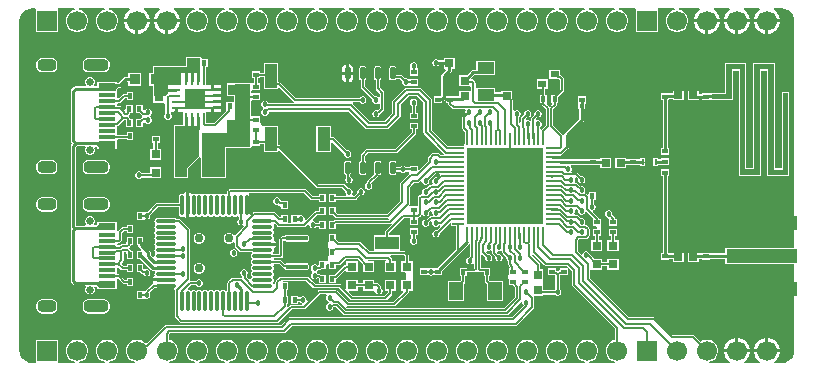
<source format=gtl>
G04*
G04 #@! TF.GenerationSoftware,Altium Limited,Altium Designer,21.1.1 (26)*
G04*
G04 Layer_Physical_Order=1*
G04 Layer_Color=255*
%FSLAX25Y25*%
%MOIN*%
G70*
G04*
G04 #@! TF.SameCoordinates,92C3B5E9-EA3E-484C-A3A4-AEB32AC4DFB4*
G04*
G04*
G04 #@! TF.FilePolarity,Positive*
G04*
G01*
G75*
%ADD15C,0.01000*%
%ADD16C,0.00600*%
%ADD17C,0.00800*%
%ADD20C,0.00500*%
%ADD23R,0.01968X0.01575*%
%ADD25R,0.04000X0.00800*%
%ADD26R,0.00800X0.04000*%
%ADD27R,0.03000X0.03000*%
%ADD28R,0.04134X0.07874*%
%ADD29R,0.02500X0.03000*%
%ADD30R,0.07874X0.04134*%
%ADD31R,0.01575X0.01968*%
G04:AMPARAMS|DCode=32|XSize=39.37mil|YSize=17.72mil|CornerRadius=4.43mil|HoleSize=0mil|Usage=FLASHONLY|Rotation=270.000|XOffset=0mil|YOffset=0mil|HoleType=Round|Shape=RoundedRectangle|*
%AMROUNDEDRECTD32*
21,1,0.03937,0.00886,0,0,270.0*
21,1,0.03051,0.01772,0,0,270.0*
1,1,0.00886,-0.00443,-0.01526*
1,1,0.00886,-0.00443,0.01526*
1,1,0.00886,0.00443,0.01526*
1,1,0.00886,0.00443,-0.01526*
%
%ADD32ROUNDEDRECTD32*%
%ADD33R,0.05000X0.03500*%
%ADD34R,0.02953X0.02362*%
%ADD35R,0.05500X0.04000*%
%ADD36R,0.03000X0.03000*%
%ADD37R,0.03150X0.02953*%
%ADD38R,0.00984X0.03150*%
%ADD39R,0.03150X0.00984*%
%ADD40R,0.06693X0.06693*%
%ADD41R,0.03858X0.13386*%
%ADD42R,0.05512X0.04724*%
%ADD43R,0.03500X0.03500*%
%ADD44R,0.01102X0.02165*%
%ADD45R,0.01575X0.02362*%
%ADD46R,0.03000X0.02500*%
%ADD47R,0.23622X0.04724*%
%ADD48R,0.19685X0.04724*%
%ADD49O,0.01100X0.07087*%
%ADD50O,0.07087X0.01100*%
%ADD51R,0.05709X0.01181*%
%ADD52R,0.04724X0.05906*%
G04:AMPARAMS|DCode=53|XSize=15.75mil|YSize=74.8mil|CornerRadius=3.94mil|HoleSize=0mil|Usage=FLASHONLY|Rotation=90.000|XOffset=0mil|YOffset=0mil|HoleType=Round|Shape=RoundedRectangle|*
%AMROUNDEDRECTD53*
21,1,0.01575,0.06693,0,0,90.0*
21,1,0.00787,0.07480,0,0,90.0*
1,1,0.00787,0.03347,0.00394*
1,1,0.00787,0.03347,-0.00394*
1,1,0.00787,-0.03347,-0.00394*
1,1,0.00787,-0.03347,0.00394*
%
%ADD53ROUNDEDRECTD53*%
%ADD55R,0.25600X0.25600*%
%ADD89C,0.00750*%
%ADD90C,0.01155*%
%ADD91C,0.03000*%
%ADD92C,0.06693*%
%ADD93R,0.06693X0.06693*%
%ADD94C,0.02559*%
G04:AMPARAMS|DCode=95|XSize=39.37mil|YSize=62.99mil|CornerRadius=14.76mil|HoleSize=0mil|Usage=FLASHONLY|Rotation=270.000|XOffset=0mil|YOffset=0mil|HoleType=Round|Shape=RoundedRectangle|*
%AMROUNDEDRECTD95*
21,1,0.03937,0.03347,0,0,270.0*
21,1,0.00984,0.06299,0,0,270.0*
1,1,0.02953,-0.01673,-0.00492*
1,1,0.02953,-0.01673,0.00492*
1,1,0.02953,0.01673,0.00492*
1,1,0.02953,0.01673,-0.00492*
%
%ADD95ROUNDEDRECTD95*%
G04:AMPARAMS|DCode=96|XSize=39.37mil|YSize=82.68mil|CornerRadius=14.76mil|HoleSize=0mil|Usage=FLASHONLY|Rotation=270.000|XOffset=0mil|YOffset=0mil|HoleType=Round|Shape=RoundedRectangle|*
%AMROUNDEDRECTD96*
21,1,0.03937,0.05315,0,0,270.0*
21,1,0.00984,0.08268,0,0,270.0*
1,1,0.02953,-0.02657,-0.00492*
1,1,0.02953,-0.02657,0.00492*
1,1,0.02953,0.02657,0.00492*
1,1,0.02953,0.02657,-0.00492*
%
%ADD96ROUNDEDRECTD96*%
%ADD97C,0.01800*%
G36*
X582795Y433994D02*
X583792Y433581D01*
X584649Y432924D01*
X585306Y432068D01*
X585719Y431070D01*
X585797Y430478D01*
X585858Y430000D01*
X585858Y430000D01*
X585858Y429508D01*
Y354212D01*
X562839D01*
Y352446D01*
X557835D01*
Y352637D01*
X555166D01*
Y352446D01*
X554050D01*
Y352700D01*
X550350D01*
Y349500D01*
X554050D01*
Y350554D01*
X555166D01*
Y350363D01*
X557835D01*
Y350554D01*
X562839D01*
Y348788D01*
X585858D01*
Y320000D01*
X585859Y319994D01*
X585719Y318930D01*
X585306Y317932D01*
X584649Y317076D01*
X583792Y316419D01*
X582795Y316005D01*
X582202Y315928D01*
X581724Y315867D01*
X581724Y315867D01*
X581233Y315867D01*
X579258D01*
X579124Y316367D01*
X579393Y316522D01*
X580202Y317331D01*
X580775Y318322D01*
X581071Y319428D01*
Y319500D01*
X572378D01*
Y319428D01*
X572674Y318322D01*
X573246Y317331D01*
X574056Y316522D01*
X574325Y316367D01*
X574191Y315867D01*
X569258D01*
X569124Y316367D01*
X569393Y316522D01*
X570202Y317331D01*
X570775Y318322D01*
X571071Y319428D01*
Y319500D01*
X562378D01*
Y319428D01*
X562674Y318322D01*
X563246Y317331D01*
X564056Y316522D01*
X564325Y316367D01*
X564191Y315867D01*
X557512D01*
X557446Y316367D01*
X558151Y316556D01*
X558994Y317042D01*
X559682Y317730D01*
X560169Y318573D01*
X560421Y319513D01*
Y320487D01*
X560169Y321427D01*
X559682Y322270D01*
X558994Y322958D01*
X558151Y323445D01*
X557211Y323696D01*
X556238D01*
X555298Y323445D01*
X554601Y323042D01*
X552684Y324959D01*
X552224Y325149D01*
X545269D01*
X539459Y330959D01*
X539000Y331149D01*
X530769D01*
X517649Y344269D01*
Y346892D01*
X518075Y347071D01*
Y347071D01*
X521925D01*
Y348133D01*
X523575D01*
Y347071D01*
X527425D01*
Y350724D01*
X523575D01*
Y349662D01*
X521925D01*
Y350724D01*
X519157D01*
X517750Y352131D01*
Y352249D01*
X517560Y352708D01*
X517208Y353060D01*
X516749Y353250D01*
X516251D01*
X515792Y353060D01*
X515440Y352708D01*
X515250Y352249D01*
X514750Y352063D01*
X513649Y353164D01*
Y356731D01*
X514119Y357201D01*
X516350D01*
X516809Y357391D01*
X517459Y358041D01*
X517649Y358500D01*
Y360500D01*
X517459Y360959D01*
X516609Y361809D01*
X516379Y361904D01*
X516148Y362184D01*
X516146Y362499D01*
X516250Y362751D01*
Y363249D01*
X516060Y363708D01*
X515708Y364060D01*
X515249Y364250D01*
X514751D01*
X514693Y364226D01*
X513759Y365159D01*
X513300Y365349D01*
X512824D01*
X512681Y365590D01*
X512583Y365849D01*
X512750Y366251D01*
Y366749D01*
X513080Y367249D01*
X513297Y367285D01*
X513774Y366807D01*
X513750Y366749D01*
Y366251D01*
X513940Y365792D01*
X514292Y365440D01*
X514751Y365250D01*
X515249D01*
X515708Y365440D01*
X516060Y365792D01*
X516213Y366162D01*
X516540Y366298D01*
X516750Y366332D01*
X518792Y364289D01*
X518666Y363984D01*
X518666D01*
Y361709D01*
X519728D01*
X520077Y361209D01*
X520000Y361000D01*
X519746Y360732D01*
X519459Y360637D01*
X518666D01*
Y358363D01*
X519337D01*
Y356826D01*
X518075D01*
Y353174D01*
X521925D01*
Y356826D01*
X520663D01*
Y358363D01*
X521334D01*
Y360349D01*
X521484Y360787D01*
X521484Y361075D01*
X521484Y361559D01*
X521334Y361997D01*
Y363984D01*
X520649D01*
Y364000D01*
X520459Y364459D01*
X518669Y366250D01*
X518702Y366460D01*
X518838Y366787D01*
X519208Y366940D01*
X519560Y367292D01*
X519750Y367751D01*
Y368249D01*
X519560Y368708D01*
X519208Y369060D01*
X519163Y369078D01*
Y370166D01*
X519637D01*
Y372834D01*
X517363D01*
Y372263D01*
X516863Y372056D01*
X516609Y372309D01*
X516379Y372404D01*
X516148Y372684D01*
X516146Y372999D01*
X516250Y373251D01*
Y373749D01*
X516060Y374208D01*
X515708Y374560D01*
X515249Y374750D01*
X514751D01*
X514693Y374726D01*
X513687Y375732D01*
X513227Y375922D01*
X512897D01*
X512788Y376041D01*
X512614Y376422D01*
X512750Y376751D01*
Y377249D01*
X513044Y377811D01*
X513162Y377840D01*
X513275Y377807D01*
X513774Y377307D01*
X513750Y377249D01*
Y376751D01*
X513940Y376292D01*
X514292Y375940D01*
X514751Y375750D01*
X515249D01*
X515708Y375940D01*
X516060Y376292D01*
X516250Y376751D01*
Y377249D01*
X516060Y377708D01*
X515708Y378060D01*
X515249Y378250D01*
X514751D01*
X514693Y378226D01*
X513715Y379203D01*
X513256Y379393D01*
X511868D01*
X511749Y379548D01*
X511602Y379893D01*
X511750Y380251D01*
Y380749D01*
X511560Y381208D01*
X511339Y381428D01*
X511525Y381928D01*
X517465D01*
Y381763D01*
X520134D01*
Y381955D01*
X521150D01*
Y381000D01*
X524850D01*
Y384200D01*
X521150D01*
Y383846D01*
X520134D01*
Y384038D01*
X517465D01*
Y383820D01*
X508150D01*
Y383949D01*
X505150D01*
Y384949D01*
X508150D01*
Y385367D01*
X508254Y385388D01*
X508469Y385531D01*
X510088Y387151D01*
X510332Y387199D01*
X510613Y387387D01*
X510801Y387668D01*
X510867Y388000D01*
Y391641D01*
X515613Y396387D01*
X515800Y396668D01*
X515866Y397000D01*
Y400599D01*
X516060Y400792D01*
X516250Y401251D01*
Y401749D01*
X516108Y402091D01*
X516140Y402163D01*
X516334Y402591D01*
X516334Y402591D01*
X516334Y402591D01*
Y404866D01*
X513665D01*
Y402591D01*
X513665D01*
X513857Y402171D01*
X513892Y402091D01*
X513750Y401749D01*
Y401251D01*
X513940Y400792D01*
X514133Y400599D01*
Y397359D01*
X509387Y392613D01*
X509199Y392332D01*
X509133Y392000D01*
Y391864D01*
X508633Y391815D01*
X508612Y391921D01*
X508469Y392136D01*
X505498Y395106D01*
Y400561D01*
X506469Y401531D01*
X506612Y401746D01*
X506663Y402000D01*
Y402591D01*
X507137D01*
Y404546D01*
X507150Y404610D01*
Y404660D01*
X508812Y406322D01*
X508956Y406537D01*
X509006Y406791D01*
Y410609D01*
X508956Y410862D01*
X508812Y411077D01*
X508227Y411662D01*
X508012Y411806D01*
X507893Y411830D01*
Y413606D01*
X504241D01*
Y410544D01*
X507179D01*
X507243Y410531D01*
X507484D01*
X507681Y410334D01*
Y407065D01*
X506019Y405404D01*
X505923Y405260D01*
X504863D01*
Y402591D01*
X504947D01*
X505154Y402091D01*
X504614Y401552D01*
X504304Y401339D01*
X503928Y401547D01*
X503383Y402091D01*
X503409Y402591D01*
X503409D01*
Y405260D01*
X502934D01*
Y407394D01*
X503759D01*
Y410456D01*
X500107D01*
Y407394D01*
X501609D01*
Y405260D01*
X501134D01*
Y402591D01*
X501609D01*
Y402266D01*
X501659Y402012D01*
X501803Y401797D01*
X503073Y400527D01*
Y395146D01*
X501661Y393735D01*
X501528Y393747D01*
X501161Y393902D01*
Y394421D01*
X501208Y394440D01*
X501560Y394792D01*
X501750Y395251D01*
Y395749D01*
X501560Y396208D01*
X501208Y396560D01*
X500749Y396750D01*
X500251D01*
X499729Y397063D01*
X499686Y397268D01*
X500193Y397774D01*
X500251Y397750D01*
X500749D01*
X501208Y397940D01*
X501560Y398292D01*
X501750Y398751D01*
Y399249D01*
X501560Y399708D01*
X501208Y400060D01*
X500749Y400250D01*
X500251D01*
X499792Y400060D01*
X499440Y399708D01*
X499250Y399249D01*
Y398751D01*
X499274Y398693D01*
X498331Y397750D01*
X498141Y397291D01*
Y396834D01*
X497924Y396696D01*
X497641Y396587D01*
X497249Y396750D01*
X496751D01*
X496299Y397098D01*
X496264Y397346D01*
X496693Y397774D01*
X496751Y397750D01*
X497249D01*
X497708Y397940D01*
X498060Y398292D01*
X498250Y398751D01*
Y399249D01*
X498060Y399708D01*
X497708Y400060D01*
X497249Y400250D01*
X496751D01*
X496292Y400060D01*
X495940Y399708D01*
X495750Y399249D01*
Y398751D01*
X495774Y398693D01*
X494891Y397809D01*
X494701Y397350D01*
Y396301D01*
X494201Y396034D01*
X494149Y396068D01*
Y397916D01*
X494208Y397940D01*
X494560Y398292D01*
X494750Y398751D01*
Y399249D01*
X494560Y399708D01*
X494208Y400060D01*
X493749Y400250D01*
X493251D01*
X492792Y400060D01*
X492659Y399927D01*
X492159Y400134D01*
Y403418D01*
X492159Y403418D01*
X492101Y403711D01*
X491935Y403959D01*
X491850Y404044D01*
Y406663D01*
X488150D01*
Y406220D01*
X486100D01*
Y407704D01*
X479900D01*
X479665Y408106D01*
Y409200D01*
X479665Y409200D01*
X479606Y409493D01*
X479441Y409741D01*
X478941Y410241D01*
X478693Y410406D01*
X478456Y410454D01*
X478358Y410615D01*
X478260Y410965D01*
X479282Y411987D01*
X481500D01*
X481584Y412004D01*
X486100D01*
Y416704D01*
X479900D01*
Y413721D01*
X478924D01*
X478592Y413655D01*
X478311Y413467D01*
X476625Y411781D01*
X474151D01*
Y408081D01*
X477851D01*
X478135Y407699D01*
Y407045D01*
X477851Y406663D01*
X474151D01*
Y404745D01*
X472334D01*
Y404866D01*
X470796D01*
X470713Y404883D01*
X469867D01*
Y411141D01*
X471495Y412769D01*
X471683Y413050D01*
X471748Y413382D01*
Y413950D01*
X472732D01*
Y417650D01*
X469032D01*
Y416867D01*
X467401D01*
X467208Y417060D01*
X466749Y417250D01*
X466251D01*
X465792Y417060D01*
X465440Y416708D01*
X465250Y416249D01*
Y415751D01*
X465440Y415292D01*
X465792Y414940D01*
X466251Y414750D01*
X466749D01*
X467208Y414940D01*
X467401Y415133D01*
X469032D01*
Y413950D01*
X469517D01*
X469724Y413450D01*
X468387Y412113D01*
X468199Y411832D01*
X468133Y411500D01*
Y404883D01*
X467296D01*
X467212Y404866D01*
X465666D01*
Y402591D01*
X468334D01*
Y403149D01*
X468516D01*
X468848Y403215D01*
X469000Y403317D01*
X469152Y403215D01*
X469484Y403149D01*
X469666D01*
Y402591D01*
X470540D01*
Y402393D01*
X470590Y402139D01*
X470734Y401924D01*
X471865Y400793D01*
X472080Y400649D01*
X472334Y400599D01*
X476124D01*
X476240Y400455D01*
X476395Y400099D01*
X476250Y399749D01*
Y399251D01*
X476274Y399193D01*
X475391Y398309D01*
X475201Y397850D01*
Y394133D01*
X475391Y393673D01*
X476152Y392913D01*
Y388800D01*
X475700D01*
Y388348D01*
X471500D01*
Y388338D01*
X470436D01*
X465081Y393693D01*
Y403612D01*
X465025Y403895D01*
X464865Y404135D01*
X461595Y407405D01*
X461355Y407565D01*
X461072Y407621D01*
X456427D01*
X456145Y407565D01*
X455905Y407405D01*
X451977Y403477D01*
X451817Y403237D01*
X451761Y402954D01*
Y399106D01*
X449394Y396739D01*
X444261D01*
X438663Y402337D01*
X438664Y402384D01*
X438820Y402837D01*
X440921D01*
X440940Y402792D01*
X441292Y402440D01*
X441751Y402250D01*
X442249D01*
X442708Y402440D01*
X443060Y402792D01*
X443250Y403251D01*
Y403749D01*
X443060Y404208D01*
X442708Y404560D01*
X442249Y404750D01*
X441751D01*
X441292Y404560D01*
X440940Y404208D01*
X440921Y404163D01*
X419774D01*
X414702Y409236D01*
X414487Y409379D01*
X414233Y409430D01*
X413897D01*
Y415787D01*
X409063D01*
Y412739D01*
X407834D01*
Y413137D01*
X405166D01*
Y410863D01*
X405761D01*
Y409491D01*
X405407Y409137D01*
X405230Y409137D01*
X404828Y409251D01*
X404727Y409285D01*
X404500Y409379D01*
X399500D01*
X399232Y409268D01*
X399163Y409100D01*
X396650D01*
Y404900D01*
X399121D01*
Y403197D01*
X398791Y402834D01*
X398621Y402834D01*
X396516D01*
Y400166D01*
X396294Y399758D01*
X392431Y395895D01*
X389830D01*
X389810Y395916D01*
Y397707D01*
X389795Y397781D01*
Y399555D01*
X391601D01*
Y401047D01*
X392101D01*
Y401547D01*
X394676D01*
Y402516D01*
X392101D01*
Y403516D01*
X394676D01*
Y404484D01*
X392101D01*
Y405484D01*
X394676D01*
Y406453D01*
X392101D01*
Y406953D01*
X391601D01*
Y408445D01*
X389795D01*
Y410019D01*
X389810Y410093D01*
Y414666D01*
X390366D01*
Y417335D01*
X388283D01*
Y417500D01*
X388172Y417768D01*
X387904Y417879D01*
X383500D01*
X383232Y417768D01*
X383121Y417500D01*
X383121Y414879D01*
X372500D01*
X372232Y414768D01*
X372121Y414500D01*
X372121Y412600D01*
X370900D01*
Y408400D01*
X372121D01*
X372121Y405000D01*
X372150Y404930D01*
Y402650D01*
X375850D01*
X376235Y402373D01*
Y399063D01*
X376081Y398908D01*
X375890Y398449D01*
Y397952D01*
X376081Y397492D01*
X376432Y397141D01*
X376892Y396950D01*
X377389D01*
X377849Y397141D01*
X378200Y397492D01*
X378391Y397952D01*
Y398449D01*
X378200Y398908D01*
X378053Y399055D01*
X378261Y399555D01*
X379399D01*
Y401047D01*
X380399D01*
Y399555D01*
X382205D01*
Y397922D01*
X382181Y397799D01*
Y395379D01*
X379500D01*
X379232Y395268D01*
X379121Y395000D01*
Y378000D01*
X379232Y377732D01*
X379500Y377621D01*
X383500D01*
X383768Y377732D01*
X383879Y378000D01*
Y380843D01*
X387621Y384585D01*
X388121Y384378D01*
Y378000D01*
X388232Y377732D01*
X388500Y377621D01*
X396000D01*
X396268Y377732D01*
X396379Y378000D01*
Y387621D01*
X404500D01*
X404768Y387732D01*
X404872Y387984D01*
X405055Y388219D01*
X405169Y388363D01*
X405379Y388363D01*
X407834D01*
Y388761D01*
X409063D01*
Y386213D01*
X413897D01*
Y386492D01*
X414359Y386684D01*
X426512Y374531D01*
X426727Y374388D01*
X426980Y374337D01*
X435225D01*
X436269Y373294D01*
X436250Y373249D01*
Y372751D01*
X436440Y372292D01*
X436569Y372163D01*
X436362Y371663D01*
X432984D01*
Y372334D01*
X430709D01*
Y369666D01*
X432984D01*
Y370337D01*
X439500D01*
X439754Y370388D01*
X439969Y370531D01*
X441206Y371769D01*
X441251Y371750D01*
X441749D01*
X442208Y371940D01*
X442560Y372292D01*
X442750Y372751D01*
Y373249D01*
X442560Y373708D01*
X442208Y374060D01*
X441749Y374250D01*
X441251D01*
X440792Y374060D01*
X440440Y373708D01*
X440250Y373249D01*
Y372751D01*
X440269Y372706D01*
X439225Y371663D01*
X438638D01*
X438431Y372163D01*
X438560Y372292D01*
X438750Y372751D01*
Y373249D01*
X438560Y373708D01*
X438208Y374060D01*
X437749Y374250D01*
X437251D01*
X437206Y374231D01*
X435969Y375469D01*
X435754Y375612D01*
X435500Y375663D01*
X427255D01*
X414564Y388353D01*
X414349Y388497D01*
X414096Y388547D01*
X413897D01*
Y394787D01*
X409241D01*
X408900Y394904D01*
X408677Y395063D01*
X408188Y395552D01*
X407985Y395756D01*
X407835Y396193D01*
Y398180D01*
X405166D01*
X404879Y398561D01*
Y403135D01*
X405166Y403516D01*
X407834D01*
Y405791D01*
X405166D01*
X404879Y406172D01*
Y406481D01*
X405166Y406863D01*
X405379Y406863D01*
X407834D01*
Y409137D01*
X407239D01*
Y410863D01*
X407834D01*
Y411261D01*
X409063D01*
Y407213D01*
X413897D01*
Y407458D01*
X414397Y407665D01*
X418998Y403065D01*
X418985Y402924D01*
X418830Y402565D01*
X410630D01*
X410604Y402570D01*
X410514Y402787D01*
X410162Y403138D01*
X409703Y403329D01*
X409205D01*
X408746Y403138D01*
X408394Y402787D01*
X408204Y402327D01*
Y401830D01*
X408394Y401371D01*
X408634Y401131D01*
X408701Y400822D01*
X408632Y400525D01*
X408389Y400282D01*
X408199Y399822D01*
Y399325D01*
X408389Y398866D01*
X408741Y398514D01*
X409200Y398324D01*
X409697D01*
X410157Y398514D01*
X410508Y398866D01*
X410699Y399325D01*
Y399684D01*
X410719Y399704D01*
X437251D01*
X442859Y394095D01*
X443099Y393935D01*
X443382Y393879D01*
X450273D01*
X450556Y393935D01*
X450796Y394095D01*
X454405Y397705D01*
X454565Y397944D01*
X454621Y398227D01*
Y402076D01*
X457306Y404761D01*
X460194D01*
X462221Y402734D01*
Y392814D01*
X462277Y392531D01*
X462437Y392291D01*
X469117Y385612D01*
X468927Y385111D01*
X467995D01*
X467501Y385605D01*
X467286Y385749D01*
X467033Y385799D01*
X465463D01*
X465209Y385749D01*
X464994Y385605D01*
X463851Y384462D01*
X463707Y384247D01*
X463657Y383993D01*
Y383103D01*
X460796Y380243D01*
X460334Y380434D01*
Y381594D01*
X457665D01*
Y381222D01*
X456523D01*
X456208Y381536D01*
X455749Y381727D01*
X455251D01*
X454792Y381536D01*
X454497Y381241D01*
X453251D01*
Y382529D01*
X453190Y382839D01*
X453015Y383101D01*
X452752Y383276D01*
X452443Y383338D01*
X451557D01*
X451248Y383276D01*
X450985Y383101D01*
X450810Y382839D01*
X450749Y382529D01*
Y379478D01*
X450810Y379169D01*
X450985Y378907D01*
X451248Y378731D01*
X451557Y378670D01*
X452443D01*
X452752Y378731D01*
X453015Y378907D01*
X453190Y379169D01*
X453251Y379478D01*
Y379712D01*
X454497D01*
X454792Y379417D01*
X455251Y379227D01*
X455749D01*
X456208Y379417D01*
X456483Y379692D01*
X457392D01*
X457596Y379192D01*
X457443Y378912D01*
X454531Y376000D01*
X454388Y375785D01*
X454337Y375531D01*
Y369775D01*
X450225Y365663D01*
X433621D01*
X432999Y366284D01*
X432984Y366295D01*
Y367834D01*
X430709D01*
Y365166D01*
X432243D01*
X432878Y364531D01*
X433093Y364388D01*
X433347Y364337D01*
X450500D01*
X450590Y364355D01*
X450879Y363916D01*
X450677Y363663D01*
X432846D01*
X432593Y363612D01*
X432378Y363469D01*
X432243Y363334D01*
X430709D01*
Y360666D01*
X432984D01*
Y362205D01*
X432999Y362216D01*
X433121Y362337D01*
X451000D01*
X451254Y362388D01*
X451390Y362479D01*
X451709Y362091D01*
X449531Y359913D01*
X449388Y359698D01*
X449337Y359444D01*
Y358417D01*
X445713D01*
Y353663D01*
X445713Y353583D01*
X445521Y353163D01*
X444275D01*
X441331Y356106D01*
X441116Y356250D01*
X440863Y356300D01*
X433983D01*
X432984Y357300D01*
Y358834D01*
X430709D01*
Y356453D01*
X430559Y356016D01*
X430559Y355728D01*
Y354484D01*
X430559D01*
X430709Y354334D01*
Y351953D01*
X430559Y351516D01*
X430559Y351228D01*
X430559Y350365D01*
X430059Y349984D01*
X429787Y349984D01*
X429308Y349834D01*
X427363D01*
Y348423D01*
X426863Y348405D01*
X426708Y348560D01*
X426249Y348750D01*
X425751D01*
X425292Y348560D01*
X424940Y348208D01*
X424750Y347749D01*
Y347251D01*
X424940Y346792D01*
X425178Y346554D01*
X425248Y346250D01*
X425178Y345946D01*
X424940Y345708D01*
X424750Y345249D01*
Y344751D01*
X424940Y344292D01*
X425292Y343940D01*
X425751Y343750D01*
X426249D01*
X426708Y343940D01*
X426863Y344095D01*
X427363Y344077D01*
Y342666D01*
X429637D01*
Y345334D01*
X428077D01*
X428047Y345340D01*
X427983Y345383D01*
X427729Y345433D01*
X427174D01*
X427060Y345708D01*
X426822Y345946D01*
X426752Y346250D01*
X426822Y346554D01*
X427060Y346792D01*
X427174Y347067D01*
X427730D01*
X427984Y347117D01*
X428047Y347160D01*
X428077Y347165D01*
X429637D01*
Y348668D01*
X430000Y349000D01*
X430137Y349137D01*
X430602Y349046D01*
X430709Y349002D01*
Y347165D01*
X432984D01*
Y348521D01*
X434184D01*
X434438Y348572D01*
X434653Y348715D01*
X436357Y350419D01*
X440545D01*
X442075Y348889D01*
Y346174D01*
X445925D01*
Y349826D01*
X443538D01*
X443531Y349837D01*
X443798Y350337D01*
X449730D01*
X449751Y350305D01*
X449484Y349805D01*
X449275D01*
Y346152D01*
X453125D01*
Y349805D01*
X451863D01*
Y350300D01*
X451812Y350554D01*
X451669Y350769D01*
X451100Y351337D01*
X451286Y351837D01*
X455725D01*
X456037Y351525D01*
Y349805D01*
X454775D01*
Y346152D01*
X456063D01*
X456500Y346000D01*
X456500Y345652D01*
X456500Y344000D01*
X456123Y343703D01*
X454775D01*
Y340050D01*
X455406D01*
X455613Y339550D01*
X452225Y336163D01*
X437275D01*
X433469Y339969D01*
X433254Y340112D01*
X433000Y340163D01*
X427500D01*
X427246Y340112D01*
X427031Y339969D01*
X423712Y336649D01*
X423678Y336657D01*
X423250Y336894D01*
Y337249D01*
X423060Y337708D01*
X422708Y338060D01*
X422249Y338250D01*
X421751D01*
X421292Y338060D01*
X420997Y337765D01*
X420465D01*
Y338334D01*
X418190D01*
Y335666D01*
X420465D01*
Y336235D01*
X420997D01*
X421292Y335940D01*
X421650Y335792D01*
X421854Y335430D01*
X421911Y335250D01*
X421860Y335163D01*
X418000D01*
X417746Y335112D01*
X417531Y334969D01*
X417002Y334440D01*
X416593Y334728D01*
X416644Y334981D01*
Y335666D01*
X417119D01*
Y338334D01*
X416644D01*
Y340166D01*
X417119D01*
Y342835D01*
X415782D01*
X415515Y343335D01*
X415517Y343337D01*
X423225D01*
X425531Y341031D01*
X425746Y340888D01*
X426000Y340837D01*
X434100D01*
X437906Y337031D01*
X438121Y336888D01*
X438375Y336837D01*
X449500D01*
X449754Y336888D01*
X449969Y337031D01*
X451669Y338731D01*
X451812Y338946D01*
X451863Y339200D01*
Y340050D01*
X453125D01*
Y343703D01*
X449275D01*
Y340050D01*
X450537D01*
Y339475D01*
X449226Y338163D01*
X438650D01*
X437203Y339609D01*
X437394Y340071D01*
X440425D01*
Y341133D01*
X442075D01*
Y340071D01*
X445925D01*
X446266Y339713D01*
X446440Y339292D01*
X446792Y338940D01*
X447251Y338750D01*
X447749D01*
X448208Y338940D01*
X448560Y339292D01*
X448750Y339751D01*
Y340249D01*
X448560Y340708D01*
X448208Y341060D01*
X448139Y341088D01*
Y341244D01*
X448081Y341537D01*
X447915Y341785D01*
X447262Y342438D01*
X447014Y342604D01*
X446721Y342662D01*
X445925D01*
Y343724D01*
X442075D01*
Y342662D01*
X440425D01*
Y343724D01*
X436575D01*
Y340890D01*
X436113Y340699D01*
X434844Y341969D01*
X434629Y342112D01*
X434375Y342163D01*
X426274D01*
X423969Y344469D01*
X423754Y344612D01*
X423500Y344663D01*
X414705D01*
X414451Y344612D01*
X414236Y344469D01*
X413031Y343264D01*
X412888Y343049D01*
X412837Y342795D01*
Y342486D01*
X412337Y342281D01*
X412141Y342480D01*
X412172Y342983D01*
X412187Y342993D01*
X412386Y343291D01*
X412456Y343642D01*
X412386Y343993D01*
X412187Y344291D01*
X412118Y344337D01*
Y344915D01*
X412187Y344961D01*
X412386Y345259D01*
X412456Y345610D01*
X412386Y345961D01*
X412187Y346259D01*
X412118Y346305D01*
Y346884D01*
X412187Y346930D01*
X412386Y347228D01*
X412456Y347579D01*
X412386Y347930D01*
X412187Y348228D01*
X412402Y348685D01*
X412604Y348885D01*
X414211D01*
X415337Y347758D01*
X415552Y347615D01*
X415806Y347564D01*
X415914D01*
X415953Y347367D01*
X416117Y347121D01*
X416363Y346957D01*
X416653Y346899D01*
X423347D01*
X423637Y346957D01*
X423883Y347121D01*
X424047Y347367D01*
X424105Y347657D01*
Y348445D01*
X424047Y348735D01*
X423883Y348981D01*
X423637Y349145D01*
X423347Y349203D01*
X416653D01*
X416363Y349145D01*
X416117Y348981D01*
X416001Y348970D01*
X414954Y350016D01*
X414739Y350160D01*
X414486Y350210D01*
X412664D01*
X412459Y350710D01*
X412604Y350853D01*
X414524D01*
X414778Y350904D01*
X414993Y351047D01*
X415344Y351399D01*
X415488Y351614D01*
X415538Y351867D01*
Y356537D01*
X416038Y356689D01*
X416117Y356570D01*
X416363Y356406D01*
X416653Y356348D01*
X423347D01*
X423637Y356406D01*
X423883Y356570D01*
X424047Y356816D01*
X424105Y357106D01*
Y357894D01*
X424047Y358184D01*
X423883Y358430D01*
X423637Y358594D01*
X423347Y358652D01*
X416653D01*
X416363Y358594D01*
X416117Y358430D01*
X415953Y358184D01*
X415949Y358163D01*
X415227D01*
X414973Y358112D01*
X414758Y357969D01*
X414407Y357617D01*
X414263Y357402D01*
X414213Y357149D01*
Y352179D01*
X412166D01*
X412118Y352211D01*
Y352789D01*
X412187Y352835D01*
X412386Y353133D01*
X412456Y353484D01*
X412386Y353835D01*
X412459Y354204D01*
X412656Y354335D01*
X412998Y354848D01*
X413019Y354953D01*
X408545D01*
Y355953D01*
X413019D01*
X412998Y356058D01*
X412656Y356570D01*
X412459Y356701D01*
X412386Y357070D01*
X412456Y357421D01*
X412386Y357772D01*
X412187Y358070D01*
X412118Y358116D01*
Y358695D01*
X412187Y358741D01*
X412386Y359039D01*
X412456Y359390D01*
X412386Y359741D01*
X412187Y360039D01*
X412118Y360085D01*
Y360663D01*
X412187Y360709D01*
X412386Y361007D01*
X412456Y361358D01*
X412386Y361709D01*
X412330Y361793D01*
X412454Y362349D01*
X412486Y362391D01*
X412618Y362445D01*
X413531Y361531D01*
X413746Y361388D01*
X414000Y361337D01*
X422601D01*
X422855Y361388D01*
X423069Y361531D01*
X423750Y362212D01*
X424250Y362005D01*
Y361751D01*
X424440Y361292D01*
X424792Y360940D01*
X425251Y360750D01*
X425749D01*
X426208Y360940D01*
X426560Y361292D01*
X426579Y361337D01*
X427363D01*
Y360666D01*
X429637D01*
Y363334D01*
X427363D01*
Y362663D01*
X426579D01*
X426560Y362708D01*
X426208Y363060D01*
X425749Y363250D01*
X425495D01*
X425288Y363750D01*
X426691Y365153D01*
X428013D01*
X428077Y365166D01*
X429637D01*
Y367834D01*
X427363D01*
Y366478D01*
X426417D01*
X426163Y366428D01*
X425948Y366284D01*
X423204Y363540D01*
X422861Y363700D01*
X422750Y363793D01*
Y364249D01*
X422560Y364708D01*
X422208Y365060D01*
X421749Y365250D01*
X421251D01*
X420965Y365131D01*
X420465Y365335D01*
Y365335D01*
X418190D01*
X418190Y362666D01*
X417692Y362663D01*
X417617D01*
X417119Y362666D01*
Y365335D01*
X414844D01*
Y364663D01*
X414275D01*
X412969Y365969D01*
X412754Y366112D01*
X412500Y366163D01*
X405816D01*
X405562Y366112D01*
X405347Y365969D01*
X404711Y365332D01*
X404293Y365529D01*
X404244Y365573D01*
Y371538D01*
X404175Y371889D01*
X404042Y372087D01*
X404161Y372445D01*
X404264Y372587D01*
X422476D01*
X424531Y370531D01*
X424746Y370388D01*
X425000Y370337D01*
X427363D01*
Y369666D01*
X429637D01*
Y372334D01*
X427363D01*
Y371663D01*
X425275D01*
X423219Y373718D01*
X423004Y373862D01*
X422750Y373912D01*
X397773D01*
X397519Y373862D01*
X397304Y373718D01*
X396953Y373367D01*
X396809Y373152D01*
X396759Y372898D01*
Y372166D01*
X396726Y372118D01*
X396148D01*
X396102Y372187D01*
X395804Y372386D01*
X395453Y372456D01*
X395102Y372386D01*
X394804Y372187D01*
X394758Y372118D01*
X394179D01*
X394133Y372187D01*
X393835Y372386D01*
X393484Y372456D01*
X393133Y372386D01*
X392835Y372187D01*
X392789Y372118D01*
X392211D01*
X392165Y372187D01*
X391867Y372386D01*
X391516Y372456D01*
X391165Y372386D01*
X390867Y372187D01*
X390821Y372118D01*
X390242D01*
X390196Y372187D01*
X389898Y372386D01*
X389547Y372456D01*
X389196Y372386D01*
X388898Y372187D01*
X388852Y372118D01*
X388274D01*
X388228Y372187D01*
X387930Y372386D01*
X387579Y372456D01*
X387228Y372386D01*
X386930Y372187D01*
X386884Y372118D01*
X386305D01*
X386259Y372187D01*
X385961Y372386D01*
X385610Y372456D01*
X385259Y372386D01*
X384891Y372459D01*
X384759Y372656D01*
X384246Y372998D01*
X384142Y373019D01*
Y368545D01*
Y364071D01*
X384246Y364091D01*
X384759Y364434D01*
X384891Y364631D01*
X385259Y364704D01*
X385610Y364634D01*
X385961Y364704D01*
X386259Y364903D01*
X386305Y364972D01*
X386884D01*
X386930Y364903D01*
X387228Y364704D01*
X387579Y364634D01*
X387930Y364704D01*
X388228Y364903D01*
X388274Y364972D01*
X388852D01*
X388898Y364903D01*
X389196Y364704D01*
X389547Y364634D01*
X389898Y364704D01*
X390196Y364903D01*
X390242Y364972D01*
X390821D01*
X390867Y364903D01*
X391165Y364704D01*
X391516Y364634D01*
X391867Y364704D01*
X392165Y364903D01*
X392211Y364972D01*
X392789D01*
X392835Y364903D01*
X393133Y364704D01*
X393484Y364634D01*
X393835Y364704D01*
X394133Y364903D01*
X394179Y364972D01*
X394758D01*
X394804Y364903D01*
X395102Y364704D01*
X395453Y364634D01*
X395804Y364704D01*
X396102Y364903D01*
X396148Y364972D01*
X396726D01*
X396772Y364903D01*
X397070Y364704D01*
X397421Y364634D01*
X397772Y364704D01*
X398070Y364903D01*
X398116Y364972D01*
X398695D01*
X398741Y364903D01*
X399039Y364704D01*
X399390Y364634D01*
X399741Y364704D01*
X400039Y364903D01*
X400515Y364767D01*
X400766Y364515D01*
Y364034D01*
X400440Y363708D01*
X400250Y363249D01*
Y362751D01*
X400440Y362292D01*
X400792Y361940D01*
X401251Y361750D01*
X401749D01*
X401933Y361826D01*
X402483Y361577D01*
X402496Y361560D01*
X402517Y361454D01*
X399610Y358547D01*
X399220Y358548D01*
X399017Y358599D01*
X398548Y359068D01*
X397868Y359350D01*
X397132D01*
X396452Y359068D01*
X395932Y358548D01*
X395650Y357868D01*
Y357132D01*
X395932Y356452D01*
X396452Y355932D01*
X397132Y355650D01*
X397868D01*
X398548Y355932D01*
X398837Y356221D01*
X399337Y356014D01*
Y355000D01*
X399388Y354746D01*
X399531Y354531D01*
X401047Y353016D01*
X401262Y352872D01*
X401516Y352821D01*
X404923D01*
X404972Y352789D01*
Y352211D01*
X404903Y352165D01*
X404704Y351867D01*
X404634Y351516D01*
X404704Y351165D01*
X404903Y350867D01*
X404972Y350821D01*
Y350242D01*
X404903Y350196D01*
X404704Y349898D01*
X404634Y349547D01*
X404704Y349196D01*
X404903Y348898D01*
X404972Y348852D01*
Y348274D01*
X404903Y348228D01*
X404704Y347930D01*
X404634Y347579D01*
X404704Y347228D01*
X404903Y346930D01*
X404972Y346884D01*
Y346305D01*
X404903Y346259D01*
X404704Y345961D01*
X404634Y345610D01*
X404704Y345259D01*
X404903Y344961D01*
X404972Y344915D01*
Y344337D01*
X404903Y344291D01*
X404704Y343993D01*
X404688Y343913D01*
X404145Y343748D01*
X403456Y344438D01*
Y345188D01*
X403560Y345292D01*
X403750Y345751D01*
Y346249D01*
X403560Y346708D01*
X403208Y347060D01*
X402749Y347250D01*
X402251D01*
X401792Y347060D01*
X401440Y346708D01*
X401250Y346249D01*
Y345751D01*
X401440Y345292D01*
X401732Y345000D01*
X401727Y344638D01*
X401685Y344443D01*
X401427Y344281D01*
X401370Y344293D01*
X398619D01*
X398365Y344242D01*
X398150Y344098D01*
X396953Y342901D01*
X396809Y342686D01*
X396759Y342432D01*
Y340076D01*
X396726Y340028D01*
X396148D01*
X396102Y340097D01*
X395804Y340296D01*
X395453Y340366D01*
X395102Y340296D01*
X394804Y340097D01*
X394758Y340028D01*
X394179D01*
X394133Y340097D01*
X393835Y340296D01*
X393484Y340366D01*
X393133Y340296D01*
X392835Y340097D01*
X392789Y340028D01*
X392211D01*
X392165Y340097D01*
X391867Y340296D01*
X391516Y340366D01*
X391165Y340296D01*
X390867Y340097D01*
X390821Y340028D01*
X390242D01*
X390196Y340097D01*
X389898Y340296D01*
X389547Y340366D01*
X389196Y340296D01*
X388898Y340097D01*
X388852Y340028D01*
X388274D01*
X388228Y340097D01*
X387930Y340296D01*
X387579Y340366D01*
X387228Y340296D01*
X386930Y340097D01*
X386884Y340028D01*
X386305D01*
X386259Y340097D01*
X385961Y340296D01*
X385610Y340366D01*
X385259Y340296D01*
X384961Y340097D01*
X384915Y340028D01*
X384337D01*
X384291Y340097D01*
X383993Y340296D01*
X383824Y340330D01*
X383628Y340813D01*
X383627Y340840D01*
X384624Y341837D01*
X386421D01*
X386440Y341792D01*
X386792Y341440D01*
X387251Y341250D01*
X387749D01*
X388208Y341440D01*
X388560Y341792D01*
X388750Y342251D01*
Y342749D01*
X388560Y343208D01*
X388208Y343560D01*
X387749Y343750D01*
X387251D01*
X386792Y343560D01*
X386440Y343208D01*
X386421Y343163D01*
X384693D01*
X384620Y343234D01*
X384440Y343663D01*
X384481Y343724D01*
X384531Y343977D01*
Y360132D01*
X384481Y360385D01*
X384337Y360600D01*
X381142Y363795D01*
X380927Y363939D01*
X380673Y363989D01*
X380077D01*
X379800Y364175D01*
X379448Y364244D01*
X373462D01*
X373111Y364175D01*
X372813Y363976D01*
X372614Y363678D01*
X372544Y363327D01*
X372614Y362976D01*
X372813Y362678D01*
X372882Y362632D01*
Y362053D01*
X372813Y362007D01*
X372614Y361709D01*
X372544Y361358D01*
X372614Y361007D01*
X372813Y360709D01*
X372882Y360663D01*
Y360085D01*
X372813Y360039D01*
X372614Y359741D01*
X372544Y359390D01*
X372614Y359039D01*
X372813Y358741D01*
X372882Y358695D01*
Y358116D01*
X372813Y358070D01*
X372614Y357772D01*
X372544Y357421D01*
X372614Y357070D01*
X372813Y356772D01*
X372882Y356726D01*
Y356148D01*
X372813Y356102D01*
X372614Y355804D01*
X372544Y355453D01*
X372614Y355102D01*
X372813Y354804D01*
X372882Y354758D01*
Y354179D01*
X372813Y354133D01*
X372614Y353835D01*
X372544Y353484D01*
X372614Y353133D01*
X372813Y352835D01*
X372882Y352789D01*
Y352211D01*
X372813Y352165D01*
X372614Y351867D01*
X372544Y351516D01*
X372557Y351449D01*
X372097Y351203D01*
X371306Y351994D01*
Y352744D01*
X371240Y353076D01*
X371052Y353357D01*
X368925Y355484D01*
Y356213D01*
X368909Y356296D01*
Y357834D01*
X366634D01*
Y355166D01*
X367192D01*
Y355125D01*
X367258Y354793D01*
X367446Y354512D01*
X368162Y353796D01*
X367970Y353334D01*
X366634D01*
Y350666D01*
X367880D01*
X371561Y346985D01*
X371842Y346797D01*
X372173Y346731D01*
X372620D01*
X372762Y346384D01*
X372794Y346231D01*
X372614Y345961D01*
X372544Y345610D01*
X372614Y345259D01*
X372541Y344890D01*
X372344Y344759D01*
X372002Y344247D01*
X371981Y344142D01*
X376455D01*
Y343142D01*
X371981D01*
X372002Y343037D01*
X372121Y342858D01*
X372020Y342442D01*
X371913Y342270D01*
X371742Y342157D01*
X369651Y340065D01*
X369503Y339844D01*
X369333Y339822D01*
X369007Y339834D01*
Y339834D01*
X366732D01*
Y337166D01*
X369007D01*
Y337166D01*
X369507Y337351D01*
X369751Y337250D01*
X370249D01*
X370708Y337440D01*
X371060Y337792D01*
X371250Y338251D01*
Y338749D01*
X371060Y339208D01*
X371008Y339260D01*
X372600Y340851D01*
X373072D01*
X373111Y340826D01*
X373462Y340756D01*
X379049D01*
X379172Y340612D01*
X379366Y340256D01*
X379337Y340109D01*
Y331500D01*
X379388Y331246D01*
X379531Y331031D01*
X381031Y329531D01*
X381246Y329388D01*
X381500Y329337D01*
X413500D01*
X413754Y329388D01*
X413969Y329531D01*
X418274Y333837D01*
X422500D01*
X422754Y333888D01*
X422969Y334031D01*
X427774Y338837D01*
X429862D01*
X430069Y338337D01*
X429940Y338208D01*
X429750Y337749D01*
Y337251D01*
X429940Y336792D01*
X430292Y336440D01*
X430751Y336250D01*
X430842D01*
X430863Y336212D01*
X430588Y335683D01*
X430292Y335560D01*
X429940Y335208D01*
X429750Y334749D01*
Y334251D01*
X429940Y333792D01*
X430292Y333440D01*
X430751Y333250D01*
X431249D01*
X431708Y333440D01*
X432060Y333792D01*
X432250Y334251D01*
Y334513D01*
X433069D01*
X435541Y332041D01*
X436000Y331851D01*
X490000D01*
X490459Y332041D01*
X494791Y336372D01*
X494889Y336346D01*
X495253Y336127D01*
Y335753D01*
X495443Y335294D01*
X495659Y335078D01*
X491731Y331149D01*
X417500D01*
X417041Y330959D01*
X414731Y328649D01*
X376500D01*
X376041Y328459D01*
X370085Y322504D01*
X369440Y322512D01*
X368994Y322958D01*
X368151Y323445D01*
X367211Y323696D01*
X366238D01*
X365298Y323445D01*
X364455Y322958D01*
X363767Y322270D01*
X363280Y321427D01*
X363028Y320487D01*
Y319513D01*
X363280Y318573D01*
X363767Y317730D01*
X364455Y317042D01*
X365298Y316556D01*
X366002Y316367D01*
X365936Y315867D01*
X357512D01*
X357447Y316367D01*
X358151Y316556D01*
X358994Y317042D01*
X359682Y317730D01*
X360169Y318573D01*
X360421Y319513D01*
Y320487D01*
X360169Y321427D01*
X359682Y322270D01*
X358994Y322958D01*
X358151Y323445D01*
X357211Y323696D01*
X356238D01*
X355298Y323445D01*
X354455Y322958D01*
X353766Y322270D01*
X353280Y321427D01*
X353028Y320487D01*
Y319513D01*
X353280Y318573D01*
X353766Y317730D01*
X354455Y317042D01*
X355298Y316556D01*
X356002Y316367D01*
X355937Y315867D01*
X347512D01*
X347446Y316367D01*
X348151Y316556D01*
X348994Y317042D01*
X349682Y317730D01*
X350169Y318573D01*
X350421Y319513D01*
Y320487D01*
X350169Y321427D01*
X349682Y322270D01*
X348994Y322958D01*
X348151Y323445D01*
X347211Y323696D01*
X346238D01*
X345298Y323445D01*
X344455Y322958D01*
X343766Y322270D01*
X343280Y321427D01*
X343028Y320487D01*
Y319513D01*
X343280Y318573D01*
X343766Y317730D01*
X344455Y317042D01*
X345298Y316556D01*
X346002Y316367D01*
X345936Y315867D01*
X340573D01*
X340421Y316303D01*
X340421Y316367D01*
Y323696D01*
X333028D01*
Y316367D01*
X333028Y316303D01*
X332876Y315867D01*
X331724D01*
X331718Y315865D01*
X330654Y316005D01*
X329657Y316419D01*
X328800Y317076D01*
X328143Y317932D01*
X327730Y318930D01*
X327652Y319522D01*
X327591Y320000D01*
X327591Y320000D01*
X327591Y320492D01*
Y430000D01*
X327590Y430006D01*
X327730Y431070D01*
X328143Y432068D01*
X328800Y432924D01*
X329657Y433581D01*
X330654Y433994D01*
X331246Y434072D01*
X331724Y434133D01*
X331724Y434133D01*
X332216Y434133D01*
X332876D01*
X333028Y433697D01*
X333028Y433633D01*
Y426303D01*
X340421D01*
Y433633D01*
X340421Y433697D01*
X340573Y434133D01*
X345936D01*
X346002Y433633D01*
X345298Y433444D01*
X344455Y432958D01*
X343766Y432270D01*
X343280Y431427D01*
X343028Y430487D01*
Y429513D01*
X343280Y428573D01*
X343766Y427730D01*
X344455Y427042D01*
X345298Y426555D01*
X346238Y426303D01*
X347211D01*
X348151Y426555D01*
X348994Y427042D01*
X349682Y427730D01*
X350169Y428573D01*
X350421Y429513D01*
Y430487D01*
X350169Y431427D01*
X349682Y432270D01*
X348994Y432958D01*
X348151Y433444D01*
X347446Y433633D01*
X347512Y434133D01*
X355937D01*
X356002Y433633D01*
X355298Y433444D01*
X354455Y432958D01*
X353766Y432270D01*
X353280Y431427D01*
X353028Y430487D01*
Y429513D01*
X353280Y428573D01*
X353766Y427730D01*
X354455Y427042D01*
X355298Y426555D01*
X356238Y426303D01*
X357211D01*
X358151Y426555D01*
X358994Y427042D01*
X359682Y427730D01*
X360169Y428573D01*
X360421Y429513D01*
Y430487D01*
X360169Y431427D01*
X359682Y432270D01*
X358994Y432958D01*
X358151Y433444D01*
X357447Y433633D01*
X357512Y434133D01*
X364191D01*
X364325Y433633D01*
X364056Y433478D01*
X363246Y432669D01*
X362674Y431678D01*
X362378Y430572D01*
Y430500D01*
X371071D01*
Y430572D01*
X370775Y431678D01*
X370202Y432669D01*
X369393Y433478D01*
X369124Y433633D01*
X369258Y434133D01*
X374191D01*
X374325Y433633D01*
X374056Y433478D01*
X373246Y432669D01*
X372674Y431678D01*
X372378Y430572D01*
Y430500D01*
X381071D01*
Y430572D01*
X380775Y431678D01*
X380202Y432669D01*
X379393Y433478D01*
X379124Y433633D01*
X379258Y434133D01*
X385936D01*
X386002Y433633D01*
X385298Y433444D01*
X384455Y432958D01*
X383767Y432270D01*
X383280Y431427D01*
X383028Y430487D01*
Y429513D01*
X383280Y428573D01*
X383767Y427730D01*
X384455Y427042D01*
X385298Y426555D01*
X386238Y426303D01*
X387211D01*
X388151Y426555D01*
X388994Y427042D01*
X389682Y427730D01*
X390169Y428573D01*
X390421Y429513D01*
Y430487D01*
X390169Y431427D01*
X389682Y432270D01*
X388994Y432958D01*
X388151Y433444D01*
X387446Y433633D01*
X387512Y434133D01*
X395936D01*
X396002Y433633D01*
X395298Y433444D01*
X394455Y432958D01*
X393766Y432270D01*
X393280Y431427D01*
X393028Y430487D01*
Y429513D01*
X393280Y428573D01*
X393766Y427730D01*
X394455Y427042D01*
X395298Y426555D01*
X396238Y426303D01*
X397211D01*
X398151Y426555D01*
X398994Y427042D01*
X399682Y427730D01*
X400169Y428573D01*
X400421Y429513D01*
Y430487D01*
X400169Y431427D01*
X399682Y432270D01*
X398994Y432958D01*
X398151Y433444D01*
X397446Y433633D01*
X397512Y434133D01*
X405936D01*
X406002Y433633D01*
X405298Y433444D01*
X404455Y432958D01*
X403766Y432270D01*
X403280Y431427D01*
X403028Y430487D01*
Y429513D01*
X403280Y428573D01*
X403766Y427730D01*
X404455Y427042D01*
X405298Y426555D01*
X406238Y426303D01*
X407211D01*
X408151Y426555D01*
X408994Y427042D01*
X409682Y427730D01*
X410169Y428573D01*
X410421Y429513D01*
Y430487D01*
X410169Y431427D01*
X409682Y432270D01*
X408994Y432958D01*
X408151Y433444D01*
X407446Y433633D01*
X407512Y434133D01*
X415937D01*
X416002Y433633D01*
X415298Y433444D01*
X414455Y432958D01*
X413766Y432270D01*
X413280Y431427D01*
X413028Y430487D01*
Y429513D01*
X413280Y428573D01*
X413766Y427730D01*
X414455Y427042D01*
X415298Y426555D01*
X416238Y426303D01*
X417211D01*
X418151Y426555D01*
X418994Y427042D01*
X419682Y427730D01*
X420169Y428573D01*
X420421Y429513D01*
Y430487D01*
X420169Y431427D01*
X419682Y432270D01*
X418994Y432958D01*
X418151Y433444D01*
X417447Y433633D01*
X417512Y434133D01*
X425937D01*
X426002Y433633D01*
X425298Y433444D01*
X424455Y432958D01*
X423767Y432270D01*
X423280Y431427D01*
X423028Y430487D01*
Y429513D01*
X423280Y428573D01*
X423767Y427730D01*
X424455Y427042D01*
X425298Y426555D01*
X426238Y426303D01*
X427211D01*
X428151Y426555D01*
X428994Y427042D01*
X429682Y427730D01*
X430169Y428573D01*
X430421Y429513D01*
Y430487D01*
X430169Y431427D01*
X429682Y432270D01*
X428994Y432958D01*
X428151Y433444D01*
X427447Y433633D01*
X427512Y434133D01*
X435936D01*
X436002Y433633D01*
X435298Y433444D01*
X434455Y432958D01*
X433767Y432270D01*
X433280Y431427D01*
X433028Y430487D01*
Y429513D01*
X433280Y428573D01*
X433767Y427730D01*
X434455Y427042D01*
X435298Y426555D01*
X436238Y426303D01*
X437211D01*
X438151Y426555D01*
X438994Y427042D01*
X439682Y427730D01*
X440169Y428573D01*
X440421Y429513D01*
Y430487D01*
X440169Y431427D01*
X439682Y432270D01*
X438994Y432958D01*
X438151Y433444D01*
X437446Y433633D01*
X437512Y434133D01*
X445936D01*
X446002Y433633D01*
X445298Y433444D01*
X444455Y432958D01*
X443766Y432270D01*
X443280Y431427D01*
X443028Y430487D01*
Y429513D01*
X443280Y428573D01*
X443766Y427730D01*
X444455Y427042D01*
X445298Y426555D01*
X446238Y426303D01*
X447211D01*
X448151Y426555D01*
X448994Y427042D01*
X449682Y427730D01*
X450169Y428573D01*
X450421Y429513D01*
Y430487D01*
X450169Y431427D01*
X449682Y432270D01*
X448994Y432958D01*
X448151Y433444D01*
X447446Y433633D01*
X447512Y434133D01*
X455936D01*
X456002Y433633D01*
X455298Y433444D01*
X454455Y432958D01*
X453766Y432270D01*
X453280Y431427D01*
X453028Y430487D01*
Y429513D01*
X453280Y428573D01*
X453766Y427730D01*
X454455Y427042D01*
X455298Y426555D01*
X456238Y426303D01*
X457211D01*
X458151Y426555D01*
X458994Y427042D01*
X459682Y427730D01*
X460169Y428573D01*
X460421Y429513D01*
Y430487D01*
X460169Y431427D01*
X459682Y432270D01*
X458994Y432958D01*
X458151Y433444D01*
X457446Y433633D01*
X457512Y434133D01*
X465937D01*
X466002Y433633D01*
X465298Y433444D01*
X464455Y432958D01*
X463766Y432270D01*
X463280Y431427D01*
X463028Y430487D01*
Y429513D01*
X463280Y428573D01*
X463766Y427730D01*
X464455Y427042D01*
X465298Y426555D01*
X466238Y426303D01*
X467211D01*
X468151Y426555D01*
X468994Y427042D01*
X469682Y427730D01*
X470169Y428573D01*
X470421Y429513D01*
Y430487D01*
X470169Y431427D01*
X469682Y432270D01*
X468994Y432958D01*
X468151Y433444D01*
X467447Y433633D01*
X467512Y434133D01*
X475937D01*
X476002Y433633D01*
X475298Y433444D01*
X474455Y432958D01*
X473767Y432270D01*
X473280Y431427D01*
X473028Y430487D01*
Y429513D01*
X473280Y428573D01*
X473767Y427730D01*
X474455Y427042D01*
X475298Y426555D01*
X476238Y426303D01*
X477211D01*
X478151Y426555D01*
X478994Y427042D01*
X479682Y427730D01*
X480169Y428573D01*
X480421Y429513D01*
Y430487D01*
X480169Y431427D01*
X479682Y432270D01*
X478994Y432958D01*
X478151Y433444D01*
X477447Y433633D01*
X477512Y434133D01*
X485936D01*
X486002Y433633D01*
X485298Y433444D01*
X484455Y432958D01*
X483767Y432270D01*
X483280Y431427D01*
X483028Y430487D01*
Y429513D01*
X483280Y428573D01*
X483767Y427730D01*
X484455Y427042D01*
X485298Y426555D01*
X486238Y426303D01*
X487211D01*
X488151Y426555D01*
X488994Y427042D01*
X489682Y427730D01*
X490169Y428573D01*
X490421Y429513D01*
Y430487D01*
X490169Y431427D01*
X489682Y432270D01*
X488994Y432958D01*
X488151Y433444D01*
X487446Y433633D01*
X487512Y434133D01*
X495936D01*
X496002Y433633D01*
X495298Y433444D01*
X494455Y432958D01*
X493766Y432270D01*
X493280Y431427D01*
X493028Y430487D01*
Y429513D01*
X493280Y428573D01*
X493766Y427730D01*
X494455Y427042D01*
X495298Y426555D01*
X496238Y426303D01*
X497211D01*
X498151Y426555D01*
X498994Y427042D01*
X499682Y427730D01*
X500169Y428573D01*
X500421Y429513D01*
Y430487D01*
X500169Y431427D01*
X499682Y432270D01*
X498994Y432958D01*
X498151Y433444D01*
X497446Y433633D01*
X497512Y434133D01*
X505936D01*
X506002Y433633D01*
X505298Y433444D01*
X504455Y432958D01*
X503766Y432270D01*
X503280Y431427D01*
X503028Y430487D01*
Y429513D01*
X503280Y428573D01*
X503766Y427730D01*
X504455Y427042D01*
X505298Y426555D01*
X506238Y426303D01*
X507211D01*
X508151Y426555D01*
X508994Y427042D01*
X509682Y427730D01*
X510169Y428573D01*
X510421Y429513D01*
Y430487D01*
X510169Y431427D01*
X509682Y432270D01*
X508994Y432958D01*
X508151Y433444D01*
X507446Y433633D01*
X507512Y434133D01*
X515937D01*
X516002Y433633D01*
X515298Y433444D01*
X514455Y432958D01*
X513766Y432270D01*
X513280Y431427D01*
X513028Y430487D01*
Y429513D01*
X513280Y428573D01*
X513766Y427730D01*
X514455Y427042D01*
X515298Y426555D01*
X516238Y426303D01*
X517211D01*
X518151Y426555D01*
X518994Y427042D01*
X519682Y427730D01*
X520169Y428573D01*
X520421Y429513D01*
Y430487D01*
X520169Y431427D01*
X519682Y432270D01*
X518994Y432958D01*
X518151Y433444D01*
X517447Y433633D01*
X517512Y434133D01*
X525937D01*
X526002Y433633D01*
X525298Y433444D01*
X524455Y432958D01*
X523767Y432270D01*
X523280Y431427D01*
X523028Y430487D01*
Y429513D01*
X523280Y428573D01*
X523767Y427730D01*
X524455Y427042D01*
X525298Y426555D01*
X526238Y426303D01*
X527211D01*
X528151Y426555D01*
X528994Y427042D01*
X529682Y427730D01*
X530169Y428573D01*
X530421Y429513D01*
Y430487D01*
X530169Y431427D01*
X529682Y432270D01*
X528994Y432958D01*
X528151Y433444D01*
X527447Y433633D01*
X527512Y434133D01*
X532876D01*
X533028Y433697D01*
X533028Y433633D01*
Y426303D01*
X540421D01*
Y433633D01*
X540421Y433697D01*
X540573Y434133D01*
X545936D01*
X546002Y433633D01*
X545298Y433444D01*
X544455Y432958D01*
X543766Y432270D01*
X543280Y431427D01*
X543028Y430487D01*
Y429513D01*
X543280Y428573D01*
X543766Y427730D01*
X544455Y427042D01*
X545298Y426555D01*
X546238Y426303D01*
X547211D01*
X548151Y426555D01*
X548994Y427042D01*
X549682Y427730D01*
X550169Y428573D01*
X550421Y429513D01*
Y430487D01*
X550169Y431427D01*
X549682Y432270D01*
X548994Y432958D01*
X548151Y433444D01*
X547446Y433633D01*
X547512Y434133D01*
X554191D01*
X554325Y433633D01*
X554056Y433478D01*
X553246Y432669D01*
X552674Y431678D01*
X552378Y430572D01*
Y430500D01*
X561071D01*
Y430572D01*
X560775Y431678D01*
X560202Y432669D01*
X559393Y433478D01*
X559124Y433633D01*
X559258Y434133D01*
X564191D01*
X564325Y433633D01*
X564056Y433478D01*
X563246Y432669D01*
X562674Y431678D01*
X562378Y430572D01*
Y430500D01*
X571071D01*
Y430572D01*
X570775Y431678D01*
X570202Y432669D01*
X569393Y433478D01*
X569124Y433633D01*
X569258Y434133D01*
X574191D01*
X574325Y433633D01*
X574056Y433478D01*
X573246Y432669D01*
X572674Y431678D01*
X572378Y430572D01*
Y430500D01*
X581071D01*
Y430572D01*
X580775Y431678D01*
X580202Y432669D01*
X579393Y433478D01*
X579124Y433633D01*
X579258Y434133D01*
X581724D01*
X581731Y434135D01*
X582795Y433994D01*
D02*
G37*
G36*
X387904Y412666D02*
X381500D01*
Y408500D01*
X377000D01*
Y405769D01*
X376820Y405649D01*
X376351Y405180D01*
X376231Y405000D01*
X372500D01*
X372500Y414500D01*
X383500D01*
X383500Y417500D01*
X387904D01*
Y412666D01*
D02*
G37*
G36*
X404500Y388000D02*
X396000D01*
Y378000D01*
X388500D01*
X388500Y392500D01*
X399500D01*
X399500Y409000D01*
X404500D01*
Y388000D01*
D02*
G37*
G36*
X387500Y385000D02*
X383500Y381000D01*
Y378000D01*
X379500D01*
Y395000D01*
X387500D01*
Y385000D01*
D02*
G37*
G36*
X467641Y378735D02*
X467657Y378575D01*
X466807Y377726D01*
X466749Y377750D01*
X466251D01*
X465792Y377560D01*
X465440Y377208D01*
X465250Y376749D01*
Y376251D01*
X465440Y375792D01*
X465226Y375299D01*
X464650D01*
X464191Y375109D01*
X463307Y374226D01*
X463249Y374250D01*
X462751D01*
X462292Y374060D01*
X461940Y373708D01*
X461750Y373249D01*
Y372751D01*
X461854Y372499D01*
X461580Y371999D01*
X461350D01*
X460891Y371809D01*
X460541Y371459D01*
X460351Y371000D01*
Y368587D01*
X460334Y368094D01*
X457739D01*
X457437Y368500D01*
X457469Y368531D01*
X457612Y368746D01*
X457663Y369000D01*
Y374435D01*
X459065Y375837D01*
X460395D01*
X460648Y375888D01*
X460863Y376031D01*
X461250Y376418D01*
X461750Y376251D01*
X461940Y375792D01*
X462292Y375440D01*
X462751Y375250D01*
X463249D01*
X463708Y375440D01*
X464060Y375792D01*
X464250Y376251D01*
Y376749D01*
X464226Y376807D01*
X466493Y379075D01*
X467509D01*
X467641Y378735D01*
D02*
G37*
G36*
X464901Y366701D02*
X465250Y366249D01*
Y365751D01*
X465440Y365292D01*
X465226Y364799D01*
X464650D01*
X464191Y364609D01*
X463307Y363726D01*
X463249Y363750D01*
X462751D01*
X462292Y363560D01*
X461940Y363208D01*
X461750Y362749D01*
Y362251D01*
X461940Y361792D01*
X462292Y361440D01*
X462751Y361250D01*
X463249D01*
X463708Y361440D01*
X464060Y361792D01*
X464250Y362251D01*
Y362749D01*
X464226Y362807D01*
X464654Y363236D01*
X464901Y363201D01*
X465250Y362749D01*
Y362251D01*
X465440Y361792D01*
X465792Y361440D01*
X466251Y361250D01*
X466749D01*
X467208Y361440D01*
X467511Y361743D01*
X467621Y361746D01*
X467821Y361312D01*
X467823Y361242D01*
X466807Y360226D01*
X466749Y360250D01*
X466251D01*
X465792Y360060D01*
X465440Y359708D01*
X465250Y359249D01*
Y358751D01*
X465440Y358292D01*
X465792Y357940D01*
X466251Y357750D01*
X466749D01*
X467208Y357940D01*
X467560Y358292D01*
X467750Y358751D01*
Y359249D01*
X467726Y359307D01*
X471038Y362620D01*
X471500Y362428D01*
Y361652D01*
X473085D01*
Y353811D01*
X466871Y347597D01*
X466746Y347409D01*
X465666D01*
X465666Y347409D01*
X465181Y347446D01*
X464999Y347521D01*
X464501D01*
X464319Y347446D01*
X463835Y347409D01*
X463835Y347409D01*
X463835Y347409D01*
X461166D01*
Y345134D01*
X463835D01*
X463835Y345134D01*
X464319Y345097D01*
X464501Y345021D01*
X464999D01*
X465181Y345097D01*
X465666Y345134D01*
X465666Y345134D01*
X465666Y345134D01*
X468334D01*
Y346475D01*
X468351Y346559D01*
Y346625D01*
X474314Y352588D01*
X474314Y352588D01*
X474373Y352677D01*
X474463Y352737D01*
X477314Y355588D01*
X477710Y355475D01*
X477814Y355400D01*
Y351426D01*
X477638Y351250D01*
X477401D01*
X476942Y351060D01*
X476590Y350708D01*
X476400Y350249D01*
Y349751D01*
X476590Y349292D01*
X476942Y348940D01*
X477401Y348750D01*
X477899D01*
X478358Y348940D01*
X478451Y349033D01*
X478951Y348826D01*
Y347405D01*
X476637D01*
Y347409D01*
X474363D01*
Y344740D01*
X474837D01*
Y343365D01*
X474775Y343303D01*
X470288D01*
Y336697D01*
X475712D01*
Y342366D01*
X475969Y342622D01*
X476112Y342837D01*
X476163Y343091D01*
Y344740D01*
X476637D01*
Y346080D01*
X479262D01*
X479516Y346130D01*
X479731Y346274D01*
X479826Y346369D01*
X480155Y346583D01*
X480514Y346372D01*
X480596Y346290D01*
X480811Y346146D01*
X481065Y346096D01*
X482320D01*
Y344740D01*
X482794D01*
Y343126D01*
X482845Y342872D01*
X482988Y342657D01*
X483280Y342366D01*
Y336697D01*
X488704D01*
Y343303D01*
X484217D01*
X484120Y343400D01*
Y344740D01*
X484594D01*
Y347409D01*
X483034D01*
X482970Y347422D01*
X481376D01*
Y351979D01*
X481876Y352186D01*
X482769Y351294D01*
X482750Y351249D01*
Y350751D01*
X482940Y350292D01*
X483292Y349940D01*
X483751Y349750D01*
X484249D01*
X484708Y349940D01*
X485060Y350292D01*
X485250Y350751D01*
Y351249D01*
X485060Y351708D01*
X484708Y352060D01*
X484249Y352250D01*
X483751D01*
X483706Y352231D01*
X483108Y352829D01*
X483135Y352964D01*
X483705Y353269D01*
X483751Y353250D01*
X484249D01*
X484637Y353411D01*
X484929Y353297D01*
X485137Y353162D01*
Y352700D01*
X485188Y352446D01*
X485331Y352231D01*
X486269Y351294D01*
X486250Y351249D01*
Y350751D01*
X486440Y350292D01*
X486792Y349940D01*
X487251Y349750D01*
X487749D01*
X488208Y349940D01*
X488560Y350292D01*
X488750Y350751D01*
Y351249D01*
X488560Y351708D01*
X488208Y352060D01*
X487749Y352250D01*
X487251D01*
X487206Y352231D01*
X486741Y352696D01*
X486774Y352905D01*
X487254Y353248D01*
X487751D01*
X488034Y353365D01*
X488534Y353109D01*
Y352816D01*
X488725Y352357D01*
X489776Y351305D01*
X489752Y351247D01*
Y350749D01*
X489943Y350290D01*
X490294Y349938D01*
X490446Y349875D01*
Y348797D01*
X490636Y348338D01*
X491065Y347909D01*
X490858Y347409D01*
X490666D01*
Y345447D01*
X490516Y344984D01*
X490516Y344696D01*
X490516Y344212D01*
X490666Y343774D01*
Y341788D01*
X492219D01*
X492927Y341080D01*
Y337759D01*
X489317Y334149D01*
X436769D01*
X436402Y334517D01*
X436721Y334905D01*
X436746Y334888D01*
X437000Y334837D01*
X452500D01*
X452754Y334888D01*
X452969Y335031D01*
X457169Y339231D01*
X457312Y339446D01*
X457363Y339700D01*
Y340050D01*
X458625D01*
Y343415D01*
X458775Y343853D01*
X458775Y344141D01*
X458775Y346002D01*
X458625Y346502D01*
Y349805D01*
X457363D01*
Y351800D01*
X457312Y352054D01*
X457169Y352269D01*
X456469Y352969D01*
X456254Y353112D01*
X456000Y353163D01*
X454479D01*
X454287Y353583D01*
X454287Y353663D01*
Y358417D01*
X450663D01*
Y359170D01*
X455809Y364316D01*
X457240D01*
X457666Y364137D01*
Y361863D01*
X460334D01*
Y364137D01*
X460710Y364438D01*
X460959Y364541D01*
X461459Y365041D01*
X461482Y365097D01*
X461607Y365150D01*
X462056Y365176D01*
X462292Y364940D01*
X462751Y364750D01*
X463249D01*
X463708Y364940D01*
X464060Y365292D01*
X464250Y365751D01*
Y366249D01*
X464226Y366307D01*
X464654Y366736D01*
X464901Y366701D01*
D02*
G37*
G36*
X502541Y348541D02*
X503000Y348351D01*
X510110D01*
X511851Y346610D01*
Y341879D01*
X512041Y341420D01*
X526075Y327385D01*
Y323653D01*
X525298Y323445D01*
X524455Y322958D01*
X523767Y322270D01*
X523280Y321427D01*
X523028Y320487D01*
Y319513D01*
X523280Y318573D01*
X523767Y317730D01*
X524455Y317042D01*
X525298Y316556D01*
X526002Y316367D01*
X525937Y315867D01*
X517512D01*
X517447Y316367D01*
X518151Y316556D01*
X518994Y317042D01*
X519682Y317730D01*
X520169Y318573D01*
X520421Y319513D01*
Y320487D01*
X520169Y321427D01*
X519682Y322270D01*
X518994Y322958D01*
X518151Y323445D01*
X517211Y323696D01*
X516238D01*
X515298Y323445D01*
X514455Y322958D01*
X513766Y322270D01*
X513280Y321427D01*
X513028Y320487D01*
Y319513D01*
X513280Y318573D01*
X513766Y317730D01*
X514455Y317042D01*
X515298Y316556D01*
X516002Y316367D01*
X515937Y315867D01*
X507512D01*
X507446Y316367D01*
X508151Y316556D01*
X508994Y317042D01*
X509682Y317730D01*
X510169Y318573D01*
X510421Y319513D01*
Y320487D01*
X510169Y321427D01*
X509682Y322270D01*
X508994Y322958D01*
X508151Y323445D01*
X507211Y323696D01*
X506238D01*
X505298Y323445D01*
X504455Y322958D01*
X503766Y322270D01*
X503280Y321427D01*
X503028Y320487D01*
Y319513D01*
X503280Y318573D01*
X503766Y317730D01*
X504455Y317042D01*
X505298Y316556D01*
X506002Y316367D01*
X505936Y315867D01*
X497512D01*
X497446Y316367D01*
X498151Y316556D01*
X498994Y317042D01*
X499682Y317730D01*
X500169Y318573D01*
X500421Y319513D01*
Y320487D01*
X500169Y321427D01*
X499682Y322270D01*
X498994Y322958D01*
X498151Y323445D01*
X497211Y323696D01*
X496238D01*
X495298Y323445D01*
X494455Y322958D01*
X493766Y322270D01*
X493280Y321427D01*
X493028Y320487D01*
Y319513D01*
X493280Y318573D01*
X493766Y317730D01*
X494455Y317042D01*
X495298Y316556D01*
X496002Y316367D01*
X495936Y315867D01*
X487512D01*
X487446Y316367D01*
X488151Y316556D01*
X488994Y317042D01*
X489682Y317730D01*
X490169Y318573D01*
X490421Y319513D01*
Y320487D01*
X490169Y321427D01*
X489682Y322270D01*
X488994Y322958D01*
X488151Y323445D01*
X487211Y323696D01*
X486238D01*
X485298Y323445D01*
X484455Y322958D01*
X483767Y322270D01*
X483280Y321427D01*
X483028Y320487D01*
Y319513D01*
X483280Y318573D01*
X483767Y317730D01*
X484455Y317042D01*
X485298Y316556D01*
X486002Y316367D01*
X485936Y315867D01*
X477512D01*
X477447Y316367D01*
X478151Y316556D01*
X478994Y317042D01*
X479682Y317730D01*
X480169Y318573D01*
X480421Y319513D01*
Y320487D01*
X480169Y321427D01*
X479682Y322270D01*
X478994Y322958D01*
X478151Y323445D01*
X477211Y323696D01*
X476238D01*
X475298Y323445D01*
X474455Y322958D01*
X473767Y322270D01*
X473280Y321427D01*
X473028Y320487D01*
Y319513D01*
X473280Y318573D01*
X473767Y317730D01*
X474455Y317042D01*
X475298Y316556D01*
X476002Y316367D01*
X475937Y315867D01*
X467512D01*
X467447Y316367D01*
X468151Y316556D01*
X468994Y317042D01*
X469682Y317730D01*
X470169Y318573D01*
X470421Y319513D01*
Y320487D01*
X470169Y321427D01*
X469682Y322270D01*
X468994Y322958D01*
X468151Y323445D01*
X467211Y323696D01*
X466238D01*
X465298Y323445D01*
X464455Y322958D01*
X463766Y322270D01*
X463280Y321427D01*
X463028Y320487D01*
Y319513D01*
X463280Y318573D01*
X463766Y317730D01*
X464455Y317042D01*
X465298Y316556D01*
X466002Y316367D01*
X465937Y315867D01*
X457512D01*
X457446Y316367D01*
X458151Y316556D01*
X458994Y317042D01*
X459682Y317730D01*
X460169Y318573D01*
X460421Y319513D01*
Y320487D01*
X460169Y321427D01*
X459682Y322270D01*
X458994Y322958D01*
X458151Y323445D01*
X457211Y323696D01*
X456238D01*
X455298Y323445D01*
X454455Y322958D01*
X453766Y322270D01*
X453280Y321427D01*
X453028Y320487D01*
Y319513D01*
X453280Y318573D01*
X453766Y317730D01*
X454455Y317042D01*
X455298Y316556D01*
X456002Y316367D01*
X455936Y315867D01*
X447512D01*
X447446Y316367D01*
X448151Y316556D01*
X448994Y317042D01*
X449682Y317730D01*
X450169Y318573D01*
X450421Y319513D01*
Y320487D01*
X450169Y321427D01*
X449682Y322270D01*
X448994Y322958D01*
X448151Y323445D01*
X447211Y323696D01*
X446238D01*
X445298Y323445D01*
X444455Y322958D01*
X443766Y322270D01*
X443280Y321427D01*
X443028Y320487D01*
Y319513D01*
X443280Y318573D01*
X443766Y317730D01*
X444455Y317042D01*
X445298Y316556D01*
X446002Y316367D01*
X445936Y315867D01*
X437512D01*
X437446Y316367D01*
X438151Y316556D01*
X438994Y317042D01*
X439682Y317730D01*
X440169Y318573D01*
X440421Y319513D01*
Y320487D01*
X440169Y321427D01*
X439682Y322270D01*
X438994Y322958D01*
X438151Y323445D01*
X437211Y323696D01*
X436238D01*
X435298Y323445D01*
X434455Y322958D01*
X433767Y322270D01*
X433280Y321427D01*
X433028Y320487D01*
Y319513D01*
X433280Y318573D01*
X433767Y317730D01*
X434455Y317042D01*
X435298Y316556D01*
X436002Y316367D01*
X435936Y315867D01*
X427512D01*
X427447Y316367D01*
X428151Y316556D01*
X428994Y317042D01*
X429682Y317730D01*
X430169Y318573D01*
X430421Y319513D01*
Y320487D01*
X430169Y321427D01*
X429682Y322270D01*
X428994Y322958D01*
X428151Y323445D01*
X427211Y323696D01*
X426238D01*
X425298Y323445D01*
X424455Y322958D01*
X423767Y322270D01*
X423280Y321427D01*
X423028Y320487D01*
Y319513D01*
X423280Y318573D01*
X423767Y317730D01*
X424455Y317042D01*
X425298Y316556D01*
X426002Y316367D01*
X425937Y315867D01*
X417512D01*
X417447Y316367D01*
X418151Y316556D01*
X418994Y317042D01*
X419682Y317730D01*
X420169Y318573D01*
X420421Y319513D01*
Y320487D01*
X420169Y321427D01*
X419682Y322270D01*
X418994Y322958D01*
X418151Y323445D01*
X417211Y323696D01*
X416238D01*
X415298Y323445D01*
X414455Y322958D01*
X413766Y322270D01*
X413280Y321427D01*
X413028Y320487D01*
Y319513D01*
X413280Y318573D01*
X413766Y317730D01*
X414455Y317042D01*
X415298Y316556D01*
X416002Y316367D01*
X415937Y315867D01*
X407512D01*
X407446Y316367D01*
X408151Y316556D01*
X408994Y317042D01*
X409682Y317730D01*
X410169Y318573D01*
X410421Y319513D01*
Y320487D01*
X410169Y321427D01*
X409682Y322270D01*
X408994Y322958D01*
X408151Y323445D01*
X407211Y323696D01*
X406238D01*
X405298Y323445D01*
X404455Y322958D01*
X403766Y322270D01*
X403280Y321427D01*
X403028Y320487D01*
Y319513D01*
X403280Y318573D01*
X403766Y317730D01*
X404455Y317042D01*
X405298Y316556D01*
X406002Y316367D01*
X405936Y315867D01*
X397512D01*
X397446Y316367D01*
X398151Y316556D01*
X398994Y317042D01*
X399682Y317730D01*
X400169Y318573D01*
X400421Y319513D01*
Y320487D01*
X400169Y321427D01*
X399682Y322270D01*
X398994Y322958D01*
X398151Y323445D01*
X397211Y323696D01*
X396238D01*
X395298Y323445D01*
X394455Y322958D01*
X393766Y322270D01*
X393280Y321427D01*
X393028Y320487D01*
Y319513D01*
X393280Y318573D01*
X393766Y317730D01*
X394455Y317042D01*
X395298Y316556D01*
X396002Y316367D01*
X395936Y315867D01*
X387512D01*
X387446Y316367D01*
X388151Y316556D01*
X388994Y317042D01*
X389682Y317730D01*
X390169Y318573D01*
X390421Y319513D01*
Y320487D01*
X390169Y321427D01*
X389682Y322270D01*
X388994Y322958D01*
X388151Y323445D01*
X387211Y323696D01*
X386238D01*
X385298Y323445D01*
X384455Y322958D01*
X383767Y322270D01*
X383280Y321427D01*
X383028Y320487D01*
Y319513D01*
X383280Y318573D01*
X383767Y317730D01*
X384455Y317042D01*
X385298Y316556D01*
X386002Y316367D01*
X385936Y315867D01*
X377512D01*
X377447Y316367D01*
X378151Y316556D01*
X378994Y317042D01*
X379682Y317730D01*
X380169Y318573D01*
X380421Y319513D01*
Y320487D01*
X380169Y321427D01*
X379682Y322270D01*
X378994Y322958D01*
X378151Y323445D01*
X377374Y323653D01*
Y325455D01*
X377769Y325851D01*
X415621D01*
X416081Y326041D01*
X418390Y328351D01*
X493000D01*
X493459Y328541D01*
X498959Y334041D01*
X499149Y334500D01*
Y337500D01*
X498985Y337896D01*
X499089Y338170D01*
X499229Y338396D01*
X502100D01*
Y338735D01*
X505997D01*
X506292Y338440D01*
X506751Y338250D01*
X507249D01*
X507708Y338440D01*
X508060Y338792D01*
X508250Y339251D01*
Y339749D01*
X508060Y340208D01*
X507765Y340503D01*
Y345134D01*
X510334D01*
Y347409D01*
X507666D01*
Y347210D01*
X507500Y346765D01*
X507207Y346707D01*
X506959Y346541D01*
X506922Y346503D01*
X506781Y346597D01*
X506488Y346655D01*
X506334D01*
Y347409D01*
X503666D01*
Y345134D01*
X505341D01*
X505381Y345126D01*
X505381Y345126D01*
X506171D01*
X506235Y345062D01*
Y340503D01*
X505997Y340265D01*
X502100D01*
Y341808D01*
X502250Y342246D01*
X502250Y342534D01*
X502250Y343246D01*
X502100Y343691D01*
Y347096D01*
X501265D01*
Y348500D01*
X501265Y348500D01*
X501206Y348793D01*
X501041Y349041D01*
X498308Y351774D01*
X498344Y352030D01*
X498875Y352207D01*
X502541Y348541D01*
D02*
G37*
%LPC*%
G36*
X581071Y429500D02*
X577224D01*
Y425654D01*
X577297D01*
X578402Y425950D01*
X579393Y426522D01*
X580202Y427331D01*
X580775Y428322D01*
X581071Y429428D01*
Y429500D01*
D02*
G37*
G36*
X576224D02*
X572378D01*
Y429428D01*
X572674Y428322D01*
X573246Y427331D01*
X574056Y426522D01*
X575047Y425950D01*
X576152Y425654D01*
X576224D01*
Y429500D01*
D02*
G37*
G36*
X571071D02*
X567224D01*
Y425654D01*
X567297D01*
X568402Y425950D01*
X569393Y426522D01*
X570202Y427331D01*
X570775Y428322D01*
X571071Y429428D01*
Y429500D01*
D02*
G37*
G36*
X566224D02*
X562378D01*
Y429428D01*
X562674Y428322D01*
X563246Y427331D01*
X564056Y426522D01*
X565047Y425950D01*
X566152Y425654D01*
X566224D01*
Y429500D01*
D02*
G37*
G36*
X561071D02*
X557224D01*
Y425654D01*
X557297D01*
X558402Y425950D01*
X559393Y426522D01*
X560202Y427331D01*
X560775Y428322D01*
X561071Y429428D01*
Y429500D01*
D02*
G37*
G36*
X556224D02*
X552378D01*
Y429428D01*
X552674Y428322D01*
X553246Y427331D01*
X554056Y426522D01*
X555047Y425950D01*
X556152Y425654D01*
X556224D01*
Y429500D01*
D02*
G37*
G36*
X381071D02*
X377224D01*
Y425654D01*
X377297D01*
X378402Y425950D01*
X379393Y426522D01*
X380202Y427331D01*
X380775Y428322D01*
X381071Y429428D01*
Y429500D01*
D02*
G37*
G36*
X376224D02*
X372378D01*
Y429428D01*
X372674Y428322D01*
X373246Y427331D01*
X374056Y426522D01*
X375047Y425950D01*
X376152Y425654D01*
X376224D01*
Y429500D01*
D02*
G37*
G36*
X371071D02*
X367224D01*
Y425654D01*
X367297D01*
X368402Y425950D01*
X369393Y426522D01*
X370202Y427331D01*
X370775Y428322D01*
X371071Y429428D01*
Y429500D01*
D02*
G37*
G36*
X366224D02*
X362378D01*
Y429428D01*
X362674Y428322D01*
X363246Y427331D01*
X364056Y426522D01*
X365047Y425950D01*
X366152Y425654D01*
X366224D01*
Y429500D01*
D02*
G37*
G36*
X437500Y415485D02*
Y413000D01*
X438914D01*
Y414026D01*
X438802Y414589D01*
X438483Y415066D01*
X438006Y415385D01*
X437500Y415485D01*
D02*
G37*
G36*
X436500D02*
X435994Y415385D01*
X435517Y415066D01*
X435198Y414589D01*
X435086Y414026D01*
Y413000D01*
X436500D01*
Y415485D01*
D02*
G37*
G36*
X355839Y417612D02*
X350524D01*
X349811Y417470D01*
X349207Y417067D01*
X348803Y416463D01*
X348661Y415750D01*
Y414766D01*
X348803Y414053D01*
X349207Y413449D01*
X349811Y413045D01*
X350524Y412904D01*
X355839D01*
X356551Y413045D01*
X357155Y413449D01*
X357559Y414053D01*
X357701Y414766D01*
Y415750D01*
X357559Y416463D01*
X357155Y417067D01*
X356551Y417470D01*
X355839Y417612D01*
D02*
G37*
G36*
X338398D02*
X335051D01*
X334339Y417470D01*
X333734Y417067D01*
X333331Y416463D01*
X333189Y415750D01*
Y414766D01*
X333331Y414053D01*
X333734Y413449D01*
X334339Y413045D01*
X335051Y412904D01*
X338398D01*
X339110Y413045D01*
X339714Y413449D01*
X340118Y414053D01*
X340260Y414766D01*
Y415750D01*
X340118Y416463D01*
X339714Y417067D01*
X339110Y417470D01*
X338398Y417612D01*
D02*
G37*
G36*
X459249Y416250D02*
X458751D01*
X458292Y416060D01*
X457940Y415708D01*
X457750Y415249D01*
Y414751D01*
X457861Y414484D01*
X457666Y413984D01*
X457666D01*
Y411709D01*
X460334D01*
Y413984D01*
X460334Y413984D01*
X460139Y414484D01*
X460250Y414751D01*
Y415249D01*
X460060Y415708D01*
X459708Y416060D01*
X459249Y416250D01*
D02*
G37*
G36*
X438914Y412000D02*
X437500D01*
Y409515D01*
X438006Y409615D01*
X438483Y409934D01*
X438802Y410411D01*
X438914Y410974D01*
Y412000D01*
D02*
G37*
G36*
X436500D02*
X435086D01*
Y410974D01*
X435198Y410411D01*
X435517Y409934D01*
X435994Y409615D01*
X436500Y409515D01*
Y412000D01*
D02*
G37*
G36*
X368100Y412600D02*
X363900D01*
Y411367D01*
X363000D01*
X362668Y411301D01*
X362387Y411113D01*
X360627Y409353D01*
X359988D01*
Y409427D01*
X353579D01*
Y408172D01*
X352650D01*
X352443Y408672D01*
X352476Y408705D01*
X352724Y409304D01*
Y409952D01*
X352476Y410551D01*
X352017Y411009D01*
X351419Y411258D01*
X350770D01*
X350171Y411009D01*
X349713Y410551D01*
X349465Y409952D01*
Y409304D01*
X349713Y408705D01*
X349746Y408672D01*
X349539Y408172D01*
X346305D01*
X345973Y408106D01*
X345692Y407918D01*
X344887Y407113D01*
X344699Y406832D01*
X344633Y406500D01*
Y390000D01*
X344699Y389668D01*
X344887Y389387D01*
X345079Y389195D01*
X344887Y389003D01*
X344699Y388721D01*
X344633Y388390D01*
Y361391D01*
X344699Y361059D01*
X344869Y360805D01*
X344699Y360551D01*
X344633Y360219D01*
Y343281D01*
X344699Y342949D01*
X344887Y342668D01*
X345473Y342082D01*
X345754Y341894D01*
X346086Y341828D01*
X349539D01*
X349746Y341328D01*
X349713Y341295D01*
X349465Y340696D01*
Y340048D01*
X349713Y339449D01*
X350171Y338991D01*
X350770Y338742D01*
X351419D01*
X352017Y338991D01*
X352476Y339449D01*
X352724Y340048D01*
Y340696D01*
X352535Y341153D01*
X352732Y341563D01*
X352821Y341657D01*
X353112Y341696D01*
X353579Y341229D01*
Y340573D01*
X359988D01*
X359988Y343920D01*
X360488Y344075D01*
X362031Y342531D01*
X362246Y342388D01*
X362500Y342337D01*
X363287D01*
Y341666D01*
X365562D01*
Y344334D01*
X363287D01*
Y343663D01*
X362774D01*
X361108Y345329D01*
X360893Y345473D01*
X360640Y345523D01*
X360313D01*
X359988Y345888D01*
X359988Y346301D01*
X359988Y347857D01*
X360488Y347992D01*
X361503Y346977D01*
X361743Y346817D01*
X362026Y346761D01*
X363287D01*
Y346166D01*
X365562D01*
Y348834D01*
X363287D01*
Y348239D01*
X362332D01*
X361558Y349013D01*
X362101Y349556D01*
X362262Y349796D01*
X362318Y350079D01*
Y352812D01*
X362416Y352911D01*
X363267D01*
X363273Y352905D01*
Y352412D01*
X363287Y352341D01*
Y350666D01*
X365562D01*
Y353334D01*
X364727D01*
X364695Y353493D01*
X364535Y353733D01*
X364364Y353905D01*
X364145Y354250D01*
X364364Y354595D01*
X364535Y354767D01*
X364695Y355007D01*
X364727Y355166D01*
X365562D01*
Y357834D01*
X363287D01*
Y356159D01*
X363273Y356088D01*
Y355595D01*
X363267Y355589D01*
X361613D01*
X361330Y355533D01*
X361090Y355373D01*
X360822Y355104D01*
X360295D01*
X359988Y355411D01*
Y355643D01*
X360313Y356009D01*
X360648D01*
X360902Y356059D01*
X361117Y356203D01*
X361469Y356554D01*
X361612Y356769D01*
X361663Y357023D01*
Y359226D01*
X362275Y359837D01*
X363287D01*
Y359166D01*
X365562D01*
Y361834D01*
X363287D01*
Y361163D01*
X362000D01*
X361746Y361112D01*
X361531Y360969D01*
X360531Y359969D01*
X360488Y359903D01*
X359988Y360055D01*
Y362927D01*
X353579D01*
Y362271D01*
X353112Y361804D01*
X352821Y361843D01*
X352732Y361937D01*
X352535Y362347D01*
X352724Y362804D01*
Y363452D01*
X352476Y364051D01*
X352017Y364509D01*
X351419Y364757D01*
X350770D01*
X350171Y364509D01*
X349713Y364051D01*
X349465Y363452D01*
Y362804D01*
X349713Y362205D01*
X349746Y362172D01*
X349539Y361672D01*
X346445D01*
X346367Y361750D01*
Y388031D01*
X346664Y388328D01*
X349539D01*
X349746Y387828D01*
X349713Y387795D01*
X349465Y387196D01*
Y386548D01*
X349713Y385949D01*
X350171Y385491D01*
X350770Y385243D01*
X351419D01*
X352017Y385491D01*
X352476Y385949D01*
X352724Y386548D01*
Y387196D01*
X352535Y387653D01*
X352732Y388063D01*
X352821Y388157D01*
X353112Y388196D01*
X353579Y387729D01*
Y387073D01*
X359988D01*
X359988Y390344D01*
X360341Y390698D01*
X363287D01*
Y390165D01*
X365562D01*
Y392834D01*
X363287D01*
Y392023D01*
X360313D01*
X359988Y392388D01*
X359988Y392801D01*
X359988Y394269D01*
X359988Y394640D01*
X360121Y394774D01*
X360404Y394830D01*
X360644Y394990D01*
X362565Y396911D01*
X363071D01*
X363077Y396905D01*
Y396413D01*
X363091Y396341D01*
Y394666D01*
X365366D01*
Y397335D01*
X364531D01*
X364499Y397494D01*
X364339Y397734D01*
X364167Y397905D01*
X363949Y398250D01*
X364167Y398595D01*
X364339Y398767D01*
X364499Y399007D01*
X364531Y399166D01*
X365366D01*
Y401835D01*
X363091D01*
Y400490D01*
X362591Y400282D01*
X361532Y401341D01*
X361293Y401501D01*
X361010Y401558D01*
X360341D01*
X359988Y401911D01*
Y402143D01*
X360313Y402508D01*
X360671D01*
X360925Y402559D01*
X361140Y402703D01*
X362774Y404337D01*
X363287D01*
Y403665D01*
X365562D01*
Y406334D01*
X363287D01*
Y405662D01*
X362500D01*
X362246Y405612D01*
X362031Y405468D01*
X360627Y404064D01*
X360065Y404112D01*
X359988Y404199D01*
X359988Y404612D01*
X359988Y406222D01*
X359988Y407020D01*
X360587Y407620D01*
X360986D01*
X361318Y407686D01*
X361599Y407873D01*
X363359Y409633D01*
X363900D01*
Y408400D01*
X368100D01*
Y412600D01*
D02*
G37*
G36*
X452443Y414834D02*
X451557D01*
X451248Y414773D01*
X450985Y414597D01*
X450810Y414335D01*
X450749Y414026D01*
Y410974D01*
X450810Y410665D01*
X450985Y410403D01*
X451248Y410227D01*
X451557Y410166D01*
X452443D01*
X452752Y410227D01*
X453015Y410403D01*
X453154Y410612D01*
X454451D01*
X455269Y409794D01*
X455250Y409749D01*
Y409251D01*
X455440Y408792D01*
X455792Y408440D01*
X456251Y408250D01*
X456749D01*
X457166Y408423D01*
X457666Y408363D01*
X457666Y408363D01*
X460334D01*
Y410637D01*
X457666D01*
Y410637D01*
X457166Y410577D01*
X456749Y410750D01*
X456251D01*
X456206Y410731D01*
X455194Y411743D01*
X454979Y411887D01*
X454726Y411937D01*
X453251D01*
Y414026D01*
X453190Y414335D01*
X453015Y414597D01*
X452752Y414773D01*
X452443Y414834D01*
D02*
G37*
G36*
X394676Y408445D02*
X392601D01*
Y407453D01*
X394676D01*
Y408445D01*
D02*
G37*
G36*
X549050Y406700D02*
X545350D01*
Y405860D01*
X544234D01*
Y405866D01*
X541566D01*
Y403591D01*
X541954D01*
Y387637D01*
X541566D01*
Y385363D01*
X544234D01*
Y387637D01*
X543846D01*
Y403591D01*
X544234D01*
Y403968D01*
X545350D01*
Y403500D01*
X549050D01*
Y406700D01*
D02*
G37*
G36*
X447443Y414834D02*
X446557D01*
X446248Y414773D01*
X445985Y414597D01*
X445810Y414335D01*
X445749Y414026D01*
Y410974D01*
X445810Y410665D01*
X445985Y410403D01*
X446248Y410227D01*
X446337Y410210D01*
Y407500D01*
X446388Y407246D01*
X446531Y407031D01*
X447837Y405725D01*
Y404638D01*
X447337Y404430D01*
X447208Y404560D01*
X446749Y404750D01*
X446251D01*
X446206Y404731D01*
X442663Y408275D01*
Y410210D01*
X442752Y410227D01*
X443015Y410403D01*
X443190Y410665D01*
X443251Y410974D01*
Y414026D01*
X443190Y414335D01*
X443015Y414597D01*
X442752Y414773D01*
X442443Y414834D01*
X441557D01*
X441248Y414773D01*
X440985Y414597D01*
X440810Y414335D01*
X440749Y414026D01*
Y410974D01*
X440810Y410665D01*
X440985Y410403D01*
X441248Y410227D01*
X441337Y410210D01*
Y408000D01*
X441388Y407746D01*
X441531Y407531D01*
X445269Y403794D01*
X445250Y403749D01*
Y403251D01*
X445440Y402792D01*
X445792Y402440D01*
X446251Y402250D01*
X446749D01*
X447208Y402440D01*
X447337Y402569D01*
X447837Y402362D01*
Y400774D01*
X447148Y400085D01*
X446749Y400250D01*
X446251D01*
X445792Y400060D01*
X445440Y399708D01*
X445250Y399249D01*
Y398751D01*
X445440Y398292D01*
X445792Y397940D01*
X446251Y397750D01*
X446749D01*
X447208Y397940D01*
X447560Y398292D01*
X447750Y398751D01*
Y398860D01*
X447891Y398954D01*
X448969Y400031D01*
X449112Y400246D01*
X449163Y400500D01*
Y406000D01*
X449112Y406254D01*
X448969Y406469D01*
X447663Y407774D01*
Y410210D01*
X447752Y410227D01*
X448015Y410403D01*
X448190Y410665D01*
X448251Y410974D01*
Y414026D01*
X448190Y414335D01*
X448015Y414597D01*
X447752Y414773D01*
X447443Y414834D01*
D02*
G37*
G36*
X394676Y400547D02*
X392601D01*
Y399555D01*
X394676D01*
Y400547D01*
D02*
G37*
G36*
X459249Y403950D02*
X458751D01*
X458292Y403760D01*
X457940Y403408D01*
X457750Y402949D01*
Y402451D01*
X457940Y401992D01*
X458292Y401640D01*
X458337Y401621D01*
Y399364D01*
X457665D01*
Y397090D01*
X460334D01*
Y399364D01*
X459663D01*
Y401621D01*
X459708Y401640D01*
X460060Y401992D01*
X460250Y402451D01*
Y402949D01*
X460060Y403408D01*
X459708Y403760D01*
X459249Y403950D01*
D02*
G37*
G36*
X368712Y401835D02*
X366438D01*
Y399166D01*
X367667D01*
X368409Y398424D01*
X368379Y397846D01*
X368370Y397840D01*
X367864Y397335D01*
X366438D01*
Y394666D01*
X368712D01*
Y395816D01*
X369150Y396244D01*
X369418Y396237D01*
X369770Y395885D01*
X370229Y395695D01*
X370726D01*
X371186Y395885D01*
X371538Y396237D01*
X371728Y396696D01*
Y397193D01*
X371538Y397653D01*
X371300Y397891D01*
X371230Y398195D01*
X371300Y398499D01*
X371538Y398737D01*
X371728Y399196D01*
Y399693D01*
X371538Y400153D01*
X371186Y400504D01*
X370726Y400695D01*
X370229D01*
X369770Y400504D01*
X369418Y400153D01*
X368939Y400243D01*
X368712Y400437D01*
Y401835D01*
D02*
G37*
G36*
X431417Y394787D02*
X426583D01*
Y386213D01*
X431417D01*
Y389295D01*
X431917Y389502D01*
X435750Y385669D01*
Y385251D01*
X435940Y384792D01*
X436292Y384440D01*
X436751Y384250D01*
X437249D01*
X437708Y384440D01*
X438060Y384792D01*
X438250Y385251D01*
Y385749D01*
X438060Y386208D01*
X437708Y386560D01*
X437249Y386750D01*
X436831D01*
X432541Y391041D01*
X432293Y391207D01*
X432000Y391265D01*
X431417D01*
Y394787D01*
D02*
G37*
G36*
X536197Y384333D02*
X534394D01*
Y383846D01*
X533534D01*
Y384038D01*
X530865D01*
Y383846D01*
X529850D01*
Y384200D01*
X526150D01*
Y381000D01*
X529850D01*
Y381955D01*
X530865D01*
Y381763D01*
X533534D01*
Y381955D01*
X534394D01*
Y381467D01*
X536197D01*
Y382676D01*
X536241Y382900D01*
X536197Y383124D01*
Y384333D01*
D02*
G37*
G36*
X374334Y391637D02*
X371666D01*
Y389363D01*
X372235D01*
Y387326D01*
X371075D01*
Y383674D01*
X374925D01*
Y387326D01*
X373765D01*
Y389363D01*
X374334D01*
Y391637D01*
D02*
G37*
G36*
X540606Y384333D02*
X538803D01*
Y383124D01*
X538759Y382900D01*
X538803Y382676D01*
Y381467D01*
X540606D01*
Y381954D01*
X541565D01*
Y381820D01*
X541566D01*
Y381763D01*
X544235D01*
Y384037D01*
X544234D01*
Y384094D01*
X541565D01*
Y383846D01*
X540606D01*
Y384333D01*
D02*
G37*
G36*
X579083Y415911D02*
X572488D01*
X572221Y415800D01*
X572110Y415532D01*
Y380872D01*
X569914D01*
Y415532D01*
X569803Y415800D01*
X569536Y415911D01*
X563040D01*
X562772Y415800D01*
X562661Y415532D01*
Y405970D01*
X558512D01*
X558323Y405892D01*
X557834Y405866D01*
X557834Y405866D01*
X557834Y405866D01*
X555166D01*
Y405674D01*
X554050D01*
Y406700D01*
X550350D01*
Y403500D01*
X554050D01*
Y403783D01*
X555166D01*
Y403591D01*
X557834D01*
X557834Y403591D01*
X558334Y403712D01*
X558512Y403638D01*
X565008D01*
X565276Y403749D01*
X565387Y404017D01*
Y413382D01*
X567484D01*
Y378623D01*
X567594Y378355D01*
X567862Y378244D01*
X574359D01*
X574626Y378355D01*
X574737Y378623D01*
Y413382D01*
X576834D01*
Y378524D01*
X576945Y378257D01*
X577213Y378146D01*
X583807D01*
X584075Y378257D01*
X584186Y378524D01*
Y405985D01*
X584075Y406253D01*
X583807Y406364D01*
X582036D01*
X581768Y406253D01*
X581657Y405985D01*
Y388662D01*
Y380773D01*
X579462D01*
Y415532D01*
X579351Y415800D01*
X579083Y415911D01*
D02*
G37*
G36*
X374925Y381224D02*
X371075D01*
Y379265D01*
X368503D01*
X368208Y379560D01*
X367749Y379750D01*
X367251D01*
X366792Y379560D01*
X366440Y379208D01*
X366250Y378749D01*
Y378251D01*
X366440Y377792D01*
X366792Y377440D01*
X367251Y377250D01*
X367749D01*
X368208Y377440D01*
X368503Y377735D01*
X371075D01*
Y377571D01*
X374925D01*
Y381224D01*
D02*
G37*
G36*
X355839Y383596D02*
X350524D01*
X349811Y383455D01*
X349207Y383051D01*
X348803Y382447D01*
X348661Y381734D01*
Y380750D01*
X348803Y380037D01*
X349207Y379433D01*
X349811Y379030D01*
X350524Y378888D01*
X355839D01*
X356551Y379030D01*
X357155Y379433D01*
X357559Y380037D01*
X357701Y380750D01*
Y381734D01*
X357559Y382447D01*
X357155Y383051D01*
X356551Y383455D01*
X355839Y383596D01*
D02*
G37*
G36*
X338398D02*
X335051D01*
X334339Y383455D01*
X333734Y383051D01*
X333331Y382447D01*
X333189Y381734D01*
Y380750D01*
X333331Y380037D01*
X333734Y379433D01*
X334339Y379030D01*
X335051Y378888D01*
X338398D01*
X339110Y379030D01*
X339714Y379433D01*
X340118Y380037D01*
X340260Y380750D01*
Y381734D01*
X340118Y382447D01*
X339714Y383051D01*
X339110Y383455D01*
X338398Y383596D01*
D02*
G37*
G36*
X460334Y396018D02*
X457665D01*
Y393743D01*
X458337D01*
Y392774D01*
X452726Y387163D01*
X443500D01*
X443246Y387112D01*
X443031Y386969D01*
X441531Y385469D01*
X441388Y385254D01*
X441337Y385000D01*
Y383294D01*
X441248Y383276D01*
X440985Y383101D01*
X440810Y382839D01*
X440749Y382529D01*
Y379478D01*
X440810Y379169D01*
X440985Y378907D01*
X441248Y378731D01*
X441557Y378670D01*
X442443D01*
X442752Y378731D01*
X443015Y378907D01*
X443190Y379169D01*
X443251Y379478D01*
Y382529D01*
X443190Y382839D01*
X443015Y383101D01*
X442752Y383276D01*
X442663Y383294D01*
Y384725D01*
X443775Y385837D01*
X453000D01*
X453254Y385888D01*
X453469Y386031D01*
X459468Y392031D01*
X459612Y392246D01*
X459662Y392500D01*
Y393743D01*
X460334D01*
Y396018D01*
D02*
G37*
G36*
X437443Y383338D02*
X436557D01*
X436248Y383276D01*
X435985Y383101D01*
X435810Y382839D01*
X435749Y382529D01*
Y379478D01*
X435810Y379169D01*
X435985Y378907D01*
X436248Y378731D01*
X436337Y378714D01*
Y377825D01*
X436386Y377578D01*
X436250Y377249D01*
Y376751D01*
X436440Y376292D01*
X436792Y375940D01*
X437251Y375750D01*
X437749D01*
X438208Y375940D01*
X438560Y376292D01*
X438750Y376751D01*
Y377249D01*
X438560Y377708D01*
X438208Y378060D01*
X437749Y378250D01*
X437751Y378623D01*
X437768Y378742D01*
X438015Y378907D01*
X438190Y379169D01*
X438251Y379478D01*
Y382529D01*
X438190Y382839D01*
X438015Y383101D01*
X437752Y383276D01*
X437443Y383338D01*
D02*
G37*
G36*
X447443D02*
X446557D01*
X446248Y383276D01*
X445985Y383101D01*
X445810Y382839D01*
X445749Y382529D01*
Y379478D01*
X445810Y379169D01*
X445968Y378933D01*
X443577Y376542D01*
X443433Y376327D01*
X443383Y376074D01*
Y375949D01*
X443237Y375888D01*
X442885Y375537D01*
X442695Y375077D01*
Y374580D01*
X442885Y374121D01*
X443237Y373769D01*
X443696Y373579D01*
X444194D01*
X444653Y373769D01*
X445005Y374121D01*
X445195Y374580D01*
Y375077D01*
X445005Y375537D01*
X444725Y375816D01*
X447123Y378214D01*
X447266Y378429D01*
X447314Y378670D01*
X447443D01*
X447752Y378731D01*
X448015Y378907D01*
X448190Y379169D01*
X448251Y379478D01*
Y382529D01*
X448190Y382839D01*
X448015Y383101D01*
X447752Y383276D01*
X447443Y383338D01*
D02*
G37*
G36*
X383142Y373019D02*
X383037Y372998D01*
X382524Y372656D01*
X382393Y372459D01*
X382024Y372386D01*
X381673Y372456D01*
X381322Y372386D01*
X381024Y372187D01*
X380825Y371889D01*
X380756Y371538D01*
Y369310D01*
X373545D01*
X373252Y369251D01*
X373004Y369086D01*
X370169Y366250D01*
X369751D01*
X369507Y366149D01*
X369007Y366334D01*
Y366334D01*
X366732D01*
Y363666D01*
X369007D01*
Y363666D01*
X369507Y363851D01*
X369751Y363750D01*
X370249D01*
X370708Y363940D01*
X371060Y364292D01*
X371250Y364751D01*
Y365169D01*
X373862Y367780D01*
X380756D01*
Y365552D01*
X380825Y365200D01*
X381024Y364903D01*
X381322Y364704D01*
X381673Y364634D01*
X382024Y364704D01*
X382393Y364631D01*
X382524Y364434D01*
X383037Y364091D01*
X383142Y364071D01*
Y368545D01*
Y373019D01*
D02*
G37*
G36*
X413659Y371133D02*
X413161D01*
X412702Y370942D01*
X412350Y370591D01*
X412160Y370131D01*
Y369634D01*
X412350Y369175D01*
X412702Y368823D01*
X413161Y368633D01*
X413659D01*
X413793Y368688D01*
X413938Y368544D01*
X414186Y368378D01*
X414479Y368320D01*
X414844Y368008D01*
Y367166D01*
X417119D01*
Y369834D01*
X415668D01*
X415594Y369849D01*
X414796D01*
X414660Y369985D01*
Y370131D01*
X414470Y370591D01*
X414118Y370942D01*
X413659Y371133D01*
D02*
G37*
G36*
X355839Y371112D02*
X350524D01*
X349811Y370970D01*
X349207Y370567D01*
X348803Y369963D01*
X348661Y369250D01*
Y368266D01*
X348803Y367553D01*
X349207Y366949D01*
X349811Y366545D01*
X350524Y366404D01*
X355839D01*
X356551Y366545D01*
X357155Y366949D01*
X357559Y367553D01*
X357701Y368266D01*
Y369250D01*
X357559Y369963D01*
X357155Y370567D01*
X356551Y370970D01*
X355839Y371112D01*
D02*
G37*
G36*
X338398D02*
X335051D01*
X334339Y370970D01*
X333734Y370567D01*
X333331Y369963D01*
X333189Y369250D01*
Y368266D01*
X333331Y367553D01*
X333734Y366949D01*
X334339Y366545D01*
X335051Y366404D01*
X338398D01*
X339110Y366545D01*
X339714Y366949D01*
X340118Y367553D01*
X340260Y368266D01*
Y369250D01*
X340118Y369963D01*
X339714Y370567D01*
X339110Y370970D01*
X338398Y371112D01*
D02*
G37*
G36*
X524249Y366750D02*
X523751D01*
X523292Y366560D01*
X522940Y366208D01*
X522750Y365749D01*
Y365251D01*
X522940Y364792D01*
X523292Y364440D01*
X523751Y364250D01*
X523776D01*
X524166Y363984D01*
X524166Y363788D01*
Y361709D01*
X526834D01*
Y363984D01*
X526149D01*
Y364000D01*
X525959Y364459D01*
X525226Y365193D01*
X525250Y365251D01*
Y365749D01*
X525060Y366208D01*
X524708Y366560D01*
X524249Y366750D01*
D02*
G37*
G36*
X387868Y359350D02*
X387132D01*
X386452Y359068D01*
X385932Y358548D01*
X385650Y357868D01*
Y357132D01*
X385932Y356452D01*
X386452Y355932D01*
X387132Y355650D01*
X387868D01*
X388548Y355932D01*
X389068Y356452D01*
X389350Y357132D01*
Y357868D01*
X389068Y358548D01*
X388548Y359068D01*
X387868Y359350D01*
D02*
G37*
G36*
X526834Y360637D02*
X524166D01*
Y358363D01*
X524837D01*
Y356826D01*
X523575D01*
Y353174D01*
X527425D01*
Y356826D01*
X526163D01*
Y358363D01*
X526834D01*
Y360637D01*
D02*
G37*
G36*
X399249Y353750D02*
X398751D01*
X398292Y353560D01*
X397940Y353208D01*
X397750Y352749D01*
Y352251D01*
X397940Y351792D01*
X398292Y351440D01*
X398751Y351250D01*
X399249D01*
X399708Y351440D01*
X400060Y351792D01*
X400250Y352251D01*
Y352749D01*
X400060Y353208D01*
X399708Y353560D01*
X399249Y353750D01*
D02*
G37*
G36*
X544234Y380494D02*
X541566D01*
Y378220D01*
X541955D01*
Y352637D01*
X541566D01*
Y350363D01*
X544235D01*
Y350554D01*
X545350D01*
Y349500D01*
X549050D01*
Y352700D01*
X545350D01*
Y352446D01*
X544235D01*
Y352637D01*
X543846D01*
Y378220D01*
X544234D01*
Y380494D01*
D02*
G37*
G36*
X440425Y349826D02*
X436575D01*
Y348663D01*
X436361D01*
X436108Y348612D01*
X435893Y348469D01*
X432771Y345347D01*
X432334D01*
X432270Y345334D01*
X430709D01*
Y342666D01*
X432984D01*
Y344021D01*
X433045D01*
X433299Y344072D01*
X433514Y344215D01*
X436113Y346815D01*
X436575Y346623D01*
Y346174D01*
X440425D01*
Y349826D01*
D02*
G37*
G36*
X387868Y349350D02*
X387132D01*
X386452Y349068D01*
X385932Y348548D01*
X385650Y347868D01*
Y347132D01*
X385932Y346452D01*
X386452Y345932D01*
X387132Y345650D01*
X387868D01*
X388548Y345932D01*
X389068Y346452D01*
X389350Y347132D01*
Y347868D01*
X389068Y348548D01*
X388548Y349068D01*
X387868Y349350D01*
D02*
G37*
G36*
X368909Y348834D02*
X366634D01*
Y346166D01*
X367827D01*
X368342Y345651D01*
X368590Y345485D01*
X368883Y345427D01*
X368884D01*
X368940Y345292D01*
X369292Y344940D01*
X369751Y344750D01*
X370249D01*
X370708Y344940D01*
X371060Y345292D01*
X371250Y345751D01*
Y346249D01*
X371060Y346708D01*
X370708Y347060D01*
X370249Y347250D01*
X369751D01*
X369339Y347079D01*
X369113Y347211D01*
X368909Y347384D01*
Y348834D01*
D02*
G37*
G36*
X355839Y337096D02*
X350524D01*
X349811Y336955D01*
X349207Y336551D01*
X348803Y335947D01*
X348661Y335234D01*
Y334250D01*
X348803Y333537D01*
X349207Y332933D01*
X349811Y332530D01*
X350524Y332388D01*
X355839D01*
X356551Y332530D01*
X357155Y332933D01*
X357559Y333537D01*
X357701Y334250D01*
Y335234D01*
X357559Y335947D01*
X357155Y336551D01*
X356551Y336955D01*
X355839Y337096D01*
D02*
G37*
G36*
X338398D02*
X335051D01*
X334339Y336955D01*
X333734Y336551D01*
X333331Y335947D01*
X333189Y335234D01*
Y334250D01*
X333331Y333537D01*
X333734Y332933D01*
X334339Y332530D01*
X335051Y332388D01*
X338398D01*
X339110Y332530D01*
X339714Y332933D01*
X340118Y333537D01*
X340260Y334250D01*
Y335234D01*
X340118Y335947D01*
X339714Y336551D01*
X339110Y336955D01*
X338398Y337096D01*
D02*
G37*
G36*
X577297Y324346D02*
X577224D01*
Y320500D01*
X581071D01*
Y320572D01*
X580775Y321678D01*
X580202Y322669D01*
X579393Y323478D01*
X578402Y324050D01*
X577297Y324346D01*
D02*
G37*
G36*
X576224D02*
X576152D01*
X575047Y324050D01*
X574056Y323478D01*
X573246Y322669D01*
X572674Y321678D01*
X572378Y320572D01*
Y320500D01*
X576224D01*
Y324346D01*
D02*
G37*
G36*
X567297D02*
X567224D01*
Y320500D01*
X571071D01*
Y320572D01*
X570775Y321678D01*
X570202Y322669D01*
X569393Y323478D01*
X568402Y324050D01*
X567297Y324346D01*
D02*
G37*
G36*
X566224D02*
X566152D01*
X565047Y324050D01*
X564056Y323478D01*
X563246Y322669D01*
X562674Y321678D01*
X562378Y320572D01*
Y320500D01*
X566224D01*
Y324346D01*
D02*
G37*
%LPD*%
G36*
X579083Y380395D02*
X582036D01*
Y388662D01*
Y405985D01*
X583807D01*
Y378524D01*
X577213D01*
Y413761D01*
X574359D01*
Y378623D01*
X567862D01*
Y413761D01*
X565008D01*
Y404017D01*
X558512D01*
Y405591D01*
X563040D01*
Y415434D01*
Y415532D01*
X569536D01*
Y380788D01*
Y380493D01*
X572488D01*
Y415434D01*
Y415532D01*
X579083D01*
Y380395D01*
D02*
G37*
%LPC*%
G36*
X460334Y360791D02*
X457666D01*
Y358516D01*
X458235D01*
Y357503D01*
X457940Y357208D01*
X457750Y356749D01*
Y356251D01*
X457940Y355792D01*
X458292Y355440D01*
X458751Y355250D01*
X459249D01*
X459708Y355440D01*
X460060Y355792D01*
X460250Y356251D01*
Y356749D01*
X460060Y357208D01*
X459765Y357503D01*
Y358516D01*
X460334D01*
Y360791D01*
D02*
G37*
%LPD*%
D15*
X419328Y364000D02*
X421500D01*
X419328Y364000D02*
X419328Y364000D01*
X421500D02*
X421500Y364000D01*
X505091Y408244D02*
X505772Y408925D01*
X504134Y406312D02*
Y406341D01*
X505772Y408925D02*
X506067D01*
X504134Y406341D02*
X505091Y407298D01*
Y408244D01*
X509500Y403968D02*
Y406109D01*
Y403968D02*
X509543Y403925D01*
X509500Y406109D02*
X509643Y406252D01*
Y411857D01*
X471000Y403729D02*
X471150Y403879D01*
X475066D02*
X476001Y404813D01*
X471150Y403879D02*
X475066D01*
X459000Y370500D02*
Y374000D01*
X401339Y336474D02*
Y340444D01*
X400000Y341783D02*
Y342000D01*
X401339Y336474D02*
X401358Y336455D01*
X400000Y341783D02*
X401339Y340444D01*
X368059Y391500D02*
X368059Y391500D01*
X370059D02*
X370644Y392086D01*
Y393498D02*
X370666Y393520D01*
X367771Y391500D02*
X368059D01*
X368059Y391500D02*
X370059D01*
X370644Y392086D02*
Y393498D01*
X367771Y405000D02*
X368051Y404720D01*
X369045D02*
X369198Y404567D01*
X368051Y404720D02*
X369045D01*
X469500Y336500D02*
Y346000D01*
Y336500D02*
X470500Y335500D01*
X489000D01*
X490500Y337000D01*
Y339500D01*
X489500Y340717D02*
X490500Y339717D01*
X489500Y340717D02*
Y346000D01*
X490500Y339500D02*
Y339717D01*
X511463Y403963D02*
X511500Y404000D01*
X509543Y403925D02*
X509580Y403963D01*
X511463D01*
X509500Y412000D02*
X509643Y411857D01*
X509347Y412153D02*
Y414153D01*
X508500Y415000D02*
X509347Y414153D01*
Y412153D02*
X509500Y412000D01*
X499586Y415000D02*
X508500D01*
X499000Y414414D02*
X499586Y415000D01*
X499000Y412000D02*
Y414414D01*
X496771Y409771D02*
X499000Y412000D01*
X496771Y403851D02*
Y409771D01*
X496809Y403888D02*
X498691D01*
X496771Y403851D02*
X496809Y403888D01*
X498691D02*
X498728Y403926D01*
X466500Y416000D02*
X470882D01*
X467197Y346271D02*
X467484Y346559D01*
Y346984D02*
X473701Y353201D01*
X473701D01*
X467484Y346559D02*
Y346984D01*
X467000Y346271D02*
X467197D01*
X467004Y403725D02*
X467296Y404016D01*
X468516D01*
X469000Y404500D01*
X469484Y404016D01*
X470713D02*
X471000Y403729D01*
X469484Y404016D02*
X470713D01*
X469000Y404500D02*
Y411500D01*
X470882Y413382D01*
Y416000D01*
X473850Y353350D02*
X476802Y356302D01*
X459000Y384000D02*
X459000Y384000D01*
X456500Y384000D02*
X459000D01*
X419328Y341500D02*
X422000D01*
X422000Y341500D01*
X419328Y341500D02*
X419328Y341500D01*
X368059Y355125D02*
X370439Y352744D01*
Y351635D02*
Y352744D01*
X368059Y355125D02*
Y356213D01*
X367771Y356500D02*
X368059Y356213D01*
X372508Y349566D02*
X376436D01*
X370439Y351635D02*
X372508Y349566D01*
X367771Y351803D02*
X368059Y351516D01*
X372173Y347598D02*
X376436D01*
X367771Y351803D02*
Y352000D01*
X368059Y351516D02*
X368256D01*
X372173Y347598D01*
X376436D02*
X376455Y347579D01*
X376436Y349566D02*
X376455Y349547D01*
X353339Y360805D02*
X356784D01*
X346086D02*
X353339D01*
X354520Y361986D01*
X356784D01*
X353339Y342695D02*
X356784D01*
X353339D02*
X354520Y341514D01*
X356784D01*
X346086Y342695D02*
X353339D01*
X345500Y343281D02*
X346086Y342695D01*
X345500Y343281D02*
Y360219D01*
X346086Y360805D01*
X345500Y361391D02*
Y388390D01*
Y361391D02*
X346086Y360805D01*
X345500Y388390D02*
X346305Y389195D01*
X345500Y390000D02*
Y406500D01*
Y390000D02*
X346305Y389195D01*
X345500Y406500D02*
X346305Y407305D01*
X353339Y389195D02*
X356784D01*
X346305D02*
X353339D01*
X354520Y388014D02*
X356784D01*
X353339Y389195D02*
X354520Y388014D01*
X346305Y407305D02*
X356784D01*
X376547Y406953D02*
X379899D01*
X376000Y407500D02*
X376547Y406953D01*
X383000Y393500D02*
X383047Y393547D01*
Y397799D01*
X385000Y393500D02*
X385016Y393516D01*
Y397799D01*
X386984Y394016D02*
Y397799D01*
Y394016D02*
X387000Y394000D01*
X383047Y410001D02*
Y413453D01*
X383000Y413500D02*
X383047Y413453D01*
X385000Y413500D02*
X385016Y413484D01*
Y410001D02*
Y413484D01*
X386984Y413484D02*
X387000Y413500D01*
X386984Y410001D02*
Y413484D01*
X356784Y408486D02*
X360228D01*
X359047Y407305D02*
X360228Y408486D01*
X360986D01*
X356784Y407305D02*
X359047D01*
X363000Y410500D02*
X366000D01*
X360986Y408486D02*
X363000Y410500D01*
X483000Y405354D02*
X489459D01*
X490000Y404813D01*
X478924Y412854D02*
X481500D01*
X483000Y414354D01*
X476001Y409931D02*
X478924Y412854D01*
X510000Y388000D02*
Y392000D01*
X515000Y397000D01*
Y403729D01*
D16*
X472334Y401262D02*
X485484D01*
X487153Y393500D02*
Y399593D01*
X485484Y401262D02*
X487153Y399593D01*
X487502Y354498D02*
Y354823D01*
X487925Y355246D01*
X506000Y404122D02*
X506487Y404610D01*
Y404935D02*
X508343Y406791D01*
X506487Y404610D02*
Y404935D01*
X506000Y402000D02*
Y404122D01*
X508343Y406791D02*
Y410609D01*
X471203Y402393D02*
Y403526D01*
X471000Y403729D02*
X471203Y403526D01*
Y402393D02*
X472334Y401262D01*
X419324Y348227D02*
X419500Y348051D01*
X414486Y349547D02*
X415806Y348227D01*
X408545Y349547D02*
X414486D01*
X415806Y348227D02*
X419324D01*
X408545Y351516D02*
X414524D01*
X415227Y357500D02*
X419500D01*
X414875Y351867D02*
Y357149D01*
X414524Y351516D02*
X414875Y351867D01*
Y357149D02*
X415227Y357500D01*
X403500Y361500D02*
Y363184D01*
X400000Y355000D02*
Y358000D01*
X403500Y361500D01*
X400000Y355000D02*
X401516Y353484D01*
X405500Y339500D02*
X412000D01*
X401370Y343630D02*
X405500Y339500D01*
X398619Y343630D02*
X401370D01*
X397421Y342432D02*
X398619Y343630D01*
X397421Y336455D02*
Y342432D01*
X491037Y354533D02*
Y359312D01*
X491075Y359350D01*
X491000Y354496D02*
X491037Y354533D01*
X485800Y352700D02*
Y355200D01*
X484000Y354500D02*
X484182Y354682D01*
X485800Y352700D02*
X487500Y351000D01*
X484182Y354682D02*
Y355663D01*
X486350Y355750D02*
Y359350D01*
X485800Y355200D02*
X486350Y355750D01*
X484182Y355663D02*
X484776Y356257D01*
X427500Y339500D02*
X433000D01*
X418000Y334500D02*
X422500D01*
X427500Y339500D01*
X425500Y362000D02*
X428500D01*
X428500Y362000D01*
X459000Y364979D02*
Y366957D01*
X455534Y364979D02*
X459000D01*
Y363000D02*
Y364979D01*
Y363000D02*
X459000Y363000D01*
X455000Y369500D02*
Y375531D01*
X457969Y378500D02*
X459991D01*
X455000Y375531D02*
X457969Y378500D01*
X457000Y369000D02*
Y374710D01*
X458790Y376500D02*
X460395D01*
X457000Y374710D02*
X458790Y376500D01*
X459991Y378500D02*
X464319Y382829D01*
Y383993D02*
X465463Y385137D01*
X464319Y382829D02*
Y383993D01*
X477650Y350000D02*
Y350325D01*
X478476Y351151D01*
Y359350D01*
X479613Y347094D02*
Y356432D01*
X475971Y346743D02*
X479262D01*
X475500Y346271D02*
X475971Y346743D01*
X479262D02*
X479613Y347094D01*
X475500Y343091D02*
Y346271D01*
X480714Y347110D02*
X481065Y346759D01*
X482970D01*
X480714Y347110D02*
Y355976D01*
X483457Y343126D02*
Y346271D01*
X482970Y346759D02*
X483457Y346271D01*
X442000Y385000D02*
X443500Y386500D01*
X442000Y381004D02*
Y385000D01*
X443500Y386500D02*
X453000D01*
X459000Y392500D01*
Y394880D01*
X425000Y371000D02*
X428500D01*
X422750Y373250D02*
X425000Y371000D01*
X397773Y373250D02*
X422750D01*
X411480Y389651D02*
X413247Y387884D01*
X426980Y375000D02*
X435500D01*
X411480Y389651D02*
Y390500D01*
X413247Y387884D02*
X414096D01*
X426980Y375000D01*
X465463Y385137D02*
X467033D01*
X467721Y384449D02*
X473850D01*
X467033Y385137D02*
X467721Y384449D01*
X439500Y371000D02*
X441500Y373000D01*
X431847Y371000D02*
X439500D01*
X435500Y375000D02*
X437500Y373000D01*
X459000Y394880D02*
X459077Y394804D01*
X419500Y403500D02*
X442000D01*
X414233Y408767D02*
X419500Y403500D01*
X413172Y408767D02*
X414233D01*
X437000Y335500D02*
X452500D01*
X433000Y339500D02*
X437000Y335500D01*
X452500D02*
X456700Y339700D01*
X434375Y341500D02*
X438375Y337500D01*
X449500D01*
X426000Y341500D02*
X434375D01*
X423500Y344000D02*
X426000Y341500D01*
X468672Y381299D02*
X473850D01*
X460395Y376500D02*
X465055Y381160D01*
X468533D01*
X468672Y381299D01*
X397421Y368545D02*
Y372898D01*
X397773Y373250D01*
X428013Y344684D02*
X428500Y344197D01*
X426230Y344770D02*
X427729D01*
X426000Y345000D02*
X426230Y344770D01*
X428500Y344000D02*
Y344197D01*
X427816Y344684D02*
X428013D01*
X427729Y344770D02*
X427816Y344684D01*
X428013Y347815D02*
X428500Y348303D01*
Y348500D01*
X427816Y347815D02*
X428013D01*
X427730Y347730D02*
X427816Y347815D01*
X426230Y347730D02*
X427730D01*
X426000Y347500D02*
X426230Y347730D01*
X401429Y363071D02*
Y368474D01*
Y363071D02*
X401500Y363000D01*
X401358Y368545D02*
X401429Y368474D01*
X426417Y365816D02*
X428013D01*
X414000Y362000D02*
X422601D01*
X426417Y365816D01*
X428013D02*
X428500Y366303D01*
Y366500D01*
X408545Y363327D02*
X412673D01*
X414000Y362000D01*
Y364000D02*
X415981D01*
X405816Y365500D02*
X412500D01*
X414000Y364000D01*
X415981D02*
X415981Y364000D01*
X432846Y363000D02*
X451000D01*
X433347Y365000D02*
X450500D01*
X451000Y363000D02*
X457000Y369000D01*
X450500Y365000D02*
X455000Y369500D01*
X431847Y366303D02*
Y366500D01*
X432334Y365816D02*
X432531D01*
X431847Y366303D02*
X432334Y365816D01*
X432531D02*
X433347Y365000D01*
X431847Y362197D02*
X432334Y362684D01*
X432531D01*
X431847Y362000D02*
Y362197D01*
X432531Y362684D02*
X432846Y363000D01*
X450000Y356000D02*
Y359444D01*
X455534Y364979D01*
X459000Y398227D02*
Y402700D01*
X447248Y399423D02*
X447423D01*
X448500Y400500D02*
Y406000D01*
X446500Y399000D02*
X446825D01*
X447248Y399423D01*
X447423D02*
X448500Y400500D01*
X443945Y374829D02*
X444046Y374929D01*
Y376074D01*
X484776Y356257D02*
Y359350D01*
X437000Y377825D02*
Y381004D01*
Y377825D02*
X437500Y377325D01*
Y377000D02*
Y377325D01*
X520000Y355000D02*
Y359500D01*
X525500Y355000D02*
Y359500D01*
X442000Y408000D02*
Y412500D01*
Y408000D02*
X446500Y403500D01*
X447000Y407500D02*
X448500Y406000D01*
X447000Y407500D02*
Y412500D01*
X459000Y398227D02*
X459000Y398227D01*
X442000Y381004D02*
X442498Y381502D01*
X446654Y380658D02*
X447000Y381004D01*
X444046Y376074D02*
X446654Y378682D01*
Y380658D01*
X511270Y366730D02*
X511500Y366500D01*
X479951Y359250D02*
X480051Y359350D01*
X480714Y355976D02*
X481526Y356789D01*
X479613Y356432D02*
X479951Y356770D01*
Y359250D01*
X487925Y355246D02*
Y359350D01*
X482125Y352875D02*
X484000Y351000D01*
X482125Y355374D02*
X483201Y356450D01*
X482125Y352875D02*
Y355374D01*
X483201Y356450D02*
Y359350D01*
X481526Y357650D02*
X481626Y357750D01*
Y359350D01*
X481526Y356789D02*
Y357650D01*
X452575Y411274D02*
X454726D01*
X456500Y409500D01*
X459000D01*
X505150Y362402D02*
X505250Y362302D01*
X511270Y359730D02*
X511500Y359500D01*
X505150Y363976D02*
X505250Y363876D01*
X511270Y363230D02*
X511500Y363000D01*
X505150Y365551D02*
X505250Y365451D01*
X505150Y367126D02*
X505250Y367026D01*
X505150Y371850D02*
X505250Y371750D01*
X505150Y368701D02*
X505250Y368601D01*
X505150Y370276D02*
X505250Y370176D01*
X505150Y378150D02*
X505250Y378050D01*
X518500Y368500D02*
Y371500D01*
X452000Y411849D02*
X452575Y411274D01*
X452000Y411849D02*
Y412500D01*
X381769Y336551D02*
Y339919D01*
X384350Y342500D02*
X387500D01*
X381673Y336455D02*
X381769Y336551D01*
Y339919D02*
X384350Y342500D01*
X383868Y343977D02*
Y360132D01*
X380000Y331500D02*
Y340109D01*
X383868Y343977D01*
X376463Y351508D02*
X381992D01*
X382000Y351500D01*
X376455Y351516D02*
X376463Y351508D01*
X381159Y353484D02*
X381675Y354000D01*
X376455Y353484D02*
X381159D01*
X381675Y354000D02*
X382000D01*
X380673Y363327D02*
X383868Y360132D01*
X376455Y363327D02*
X380673D01*
X413500Y330000D02*
X418000Y334500D01*
X381500Y330000D02*
X413500D01*
X456700Y339700D02*
Y341876D01*
X449500Y337500D02*
X451200Y339200D01*
X415981Y334981D02*
Y337000D01*
X396000Y331500D02*
X412500D01*
X415981Y334981D01*
Y337000D02*
Y341500D01*
X395453Y332047D02*
X396000Y331500D01*
X380000D02*
X381500Y330000D01*
X395453Y332047D02*
Y336455D01*
X412000Y339500D02*
X413500Y341000D01*
Y342795D01*
X414705Y344000D02*
X423500D01*
X413500Y342795D02*
X414705Y344000D01*
X451200Y339200D02*
Y341876D01*
X433045Y344684D02*
X436361Y348000D01*
X432334Y344684D02*
X433045D01*
X436361Y348000D02*
X438500D01*
X431847Y344197D02*
X432334Y344684D01*
X434184Y349184D02*
X436082Y351082D01*
X440820D02*
X443902Y348000D01*
X436082Y351082D02*
X440820D01*
X431847Y344000D02*
Y344197D01*
X432334Y349184D02*
X434184D01*
X443902Y348000D02*
X444000D01*
X431847Y348500D02*
Y348697D01*
X432334Y349184D01*
X451200Y347979D02*
Y350300D01*
X450500Y351000D02*
X451200Y350300D01*
X443000Y351000D02*
X450500D01*
X444000Y352500D02*
X456000D01*
X456700Y351800D01*
Y347979D02*
Y351800D01*
X431847Y353197D02*
X432334Y353684D01*
X432531D02*
X432795Y353948D01*
X440052D02*
X443000Y351000D01*
X432795Y353948D02*
X440052D01*
X431847Y353000D02*
Y353197D01*
X432334Y353684D02*
X432531D01*
X431847Y357500D02*
X433709Y355638D01*
X440863D02*
X444000Y352500D01*
X433709Y355638D02*
X440863D01*
X403500Y363184D02*
X405816Y365500D01*
X401516Y353484D02*
X408545D01*
X360640Y344860D02*
X362500Y343000D01*
X364425D01*
X356784Y344860D02*
X360640D01*
X362000Y360500D02*
X364425D01*
X361000Y357023D02*
Y359500D01*
X356784Y356671D02*
X360648D01*
X361000Y357023D01*
Y359500D02*
X362000Y360500D01*
X364285Y391360D02*
X364425Y391500D01*
X356784Y391360D02*
X364285D01*
X362500Y405000D02*
X364425D01*
X360671Y403171D02*
X362500Y405000D01*
X356784Y403171D02*
X360671D01*
X473000Y340591D02*
X475500Y343091D01*
X473000Y340000D02*
Y340591D01*
X483457Y343126D02*
X485992Y340591D01*
Y340000D02*
Y340591D01*
X486802Y393500D02*
X487153D01*
X487474D01*
X487825Y390750D02*
Y393148D01*
X486450D02*
X486802Y393500D01*
X487474D02*
X487825Y393148D01*
X486450Y390750D02*
Y393148D01*
X487825Y390750D02*
X487925Y390650D01*
X486350D02*
X486450Y390750D01*
X506398Y386000D02*
X508000D01*
X510000Y388000D01*
X505250Y387698D02*
X507649D01*
X505150Y387598D02*
X505250Y387698D01*
X507649D02*
X508000Y388050D01*
Y391667D01*
X501933Y408925D02*
X502271Y408587D01*
Y403926D02*
Y408587D01*
X507067Y411370D02*
X507243Y411194D01*
X507758D02*
X508343Y410609D01*
X507243Y411194D02*
X507758D01*
X504836Y394832D02*
Y400836D01*
Y394832D02*
X508000Y391667D01*
X502271Y402266D02*
X503736Y400802D01*
X502098Y393235D02*
X503736Y394872D01*
Y400802D01*
X504836Y400836D02*
X506000Y402000D01*
X502098Y390650D02*
Y393235D01*
X502271Y402266D02*
Y403926D01*
D17*
X491075Y376575D02*
Y390650D01*
X489500Y375000D02*
X491075Y376575D01*
X403500Y404000D02*
X403771D01*
X404424Y404654D01*
X406500D01*
X406500Y404653D01*
X478900Y403211D02*
Y409200D01*
X479511Y402600D02*
X487195D01*
X478900Y403211D02*
X479511Y402600D01*
X489500Y390650D02*
Y400295D01*
X487195Y402600D02*
X489500Y400295D01*
X490000Y404813D02*
X491395Y403418D01*
Y395410D02*
X492650Y394156D01*
X491395Y395410D02*
Y403418D01*
X476232Y409700D02*
X478400D01*
X476001Y409931D02*
X476232Y409700D01*
X478400D02*
X478900Y409200D01*
X492650Y390650D02*
Y394156D01*
X509430Y381299D02*
X510229Y380500D01*
X505150Y381299D02*
X509430D01*
X510229Y380500D02*
X510500D01*
X497374Y356369D02*
Y359350D01*
X496905Y355900D02*
X497374Y356369D01*
Y351626D02*
Y355431D01*
X496300Y355900D02*
X496905D01*
X497374Y355431D01*
X495799Y356401D02*
Y359350D01*
Y356401D02*
X496300Y355900D01*
X466283Y383028D02*
X466437Y382874D01*
X473850D01*
X386984Y403016D02*
X388953Y401047D01*
X386000Y404000D02*
X386984Y403016D01*
X388953Y401047D02*
X392101D01*
X386984Y403016D02*
X392101D01*
X386984Y404984D02*
X388947Y406947D01*
X386000Y404000D02*
X386984Y404984D01*
X392094Y406947D02*
X392101Y406953D01*
X388947Y406947D02*
X392094D01*
X386984Y404984D02*
X392101D01*
X385016Y403016D02*
X386000Y404000D01*
X383047Y401047D02*
X385016Y403016D01*
X379899Y401047D02*
X383047D01*
X379899Y403016D02*
X385016D01*
X397451Y399833D02*
Y401298D01*
X389513Y395130D02*
X392748D01*
X397451Y401298D02*
X397654Y401500D01*
X392748Y395130D02*
X397451Y399833D01*
X389045Y395599D02*
X389513Y395130D01*
X389045Y395599D02*
Y397707D01*
X459000Y356500D02*
Y359653D01*
X520000Y348898D02*
X525500D01*
X516691Y351809D02*
X516991D01*
X519902Y348898D02*
X520000D01*
X516991Y351809D02*
X519902Y348898D01*
X516500Y352000D02*
X516691Y351809D01*
X452483Y380477D02*
X455500D01*
Y380457D02*
X459000D01*
X452000Y380959D02*
Y381004D01*
Y380959D02*
X452483Y380477D01*
X408488Y357364D02*
X408545Y357421D01*
X404321Y357364D02*
X408488D01*
X402565Y355608D02*
X404321Y357364D01*
X370191Y339524D02*
X372283Y341616D01*
X376398D01*
X370191Y338691D02*
Y339524D01*
X370000Y338500D02*
X370191Y338691D01*
X376398Y341616D02*
X376455Y341673D01*
X367869Y338500D02*
X370000D01*
X403465Y336000D02*
X407000D01*
X403327Y336139D02*
Y336455D01*
Y336139D02*
X403465Y336000D01*
X405082Y341731D02*
X408488D01*
X402691Y344121D02*
Y345809D01*
Y344121D02*
X405082Y341731D01*
X408488D02*
X408545Y341673D01*
X402500Y346000D02*
X402691Y345809D01*
X432000Y390500D02*
X437000Y385500D01*
X429000Y390500D02*
X432000D01*
X415981Y368500D02*
Y368697D01*
X414479Y369084D02*
X415594D01*
X413410Y369883D02*
X413681D01*
X415594Y369084D02*
X415981Y368697D01*
X413681Y369883D02*
X414479Y369084D01*
X377000Y398341D02*
X377140Y398200D01*
X377000Y398341D02*
Y404531D01*
X372102Y378500D02*
X373000Y379398D01*
X367500Y378500D02*
X372102D01*
X404314Y397043D02*
X406500D01*
X403771Y396500D02*
X404314Y397043D01*
X403500Y396500D02*
X403771D01*
X406500Y397043D02*
X406500Y397043D01*
X446721Y341898D02*
X447374Y341244D01*
Y340125D02*
Y341244D01*
Y340125D02*
X447500Y340000D01*
X438500Y341898D02*
X446721D01*
X476902Y356402D02*
Y359350D01*
X476802Y356302D02*
X476902Y356402D01*
X464750Y346271D02*
X467000D01*
X462500D02*
X464750D01*
X473850Y353350D02*
Y362402D01*
X473701Y353201D02*
X473850Y353350D01*
X507500Y346000D02*
X508729D01*
X506488Y345891D02*
X507000Y345379D01*
Y345500D02*
X507500Y346000D01*
X507000Y345379D02*
Y345500D01*
X505381Y345891D02*
X506488D01*
X505000Y346271D02*
X505381Y345891D01*
X508729Y346000D02*
X509000Y346271D01*
X497374Y351626D02*
X500500Y348500D01*
Y345246D02*
Y348500D01*
X507000Y339500D02*
Y345379D01*
X501246Y339500D02*
X507000D01*
X500500Y340246D02*
X501246Y339500D01*
X459000Y412847D02*
Y415000D01*
X419328Y337000D02*
X422000D01*
X367771Y347303D02*
X368883Y346191D01*
X369809D01*
X367771Y347303D02*
Y347500D01*
X369809Y346191D02*
X370000Y346000D01*
Y365000D02*
X373545Y368545D01*
X367869Y365000D02*
X370000D01*
X373545Y368545D02*
X381673D01*
X373000Y385500D02*
Y390500D01*
X379884Y405000D02*
X379899Y404984D01*
X377469Y405000D02*
X379884D01*
X377000Y404531D02*
X377469Y405000D01*
X388953Y397799D02*
X389045Y397707D01*
X388953Y410001D02*
X389045Y410093D01*
Y415816D01*
X389229Y416000D01*
X505150Y382874D02*
X507874D01*
D20*
X493500Y395330D02*
X494224Y394606D01*
X493500Y395330D02*
Y399000D01*
X370009Y321509D02*
X376500Y328000D01*
X369909Y321509D02*
X370009D01*
X368400Y320000D02*
X369909Y321509D01*
X376500Y328000D02*
X415000D01*
X366724Y320000D02*
X368400D01*
X376724D02*
Y325724D01*
X377500Y326500D02*
X415621D01*
X376724Y325724D02*
X377500Y326500D01*
X475850Y397850D02*
X477500Y399500D01*
X479350Y397850D02*
X481000Y399500D01*
X482850Y397850D02*
X484500Y399500D01*
X517000Y344000D02*
Y348895D01*
X513000Y352895D02*
Y357000D01*
Y352895D02*
X517000Y348895D01*
Y358500D02*
Y360500D01*
X513850Y357850D02*
X516350D01*
X513000Y357000D02*
X513850Y357850D01*
X516350D02*
X517000Y358500D01*
X552224Y324500D02*
X556724Y320000D01*
X545000Y324500D02*
X552224D01*
X539000Y330500D02*
X545000Y324500D01*
X530500Y330500D02*
X539000D01*
X535500Y327500D02*
X536724Y326276D01*
Y320000D02*
Y326276D01*
X529000Y327500D02*
X535500D01*
X517000Y344000D02*
X530500Y330500D01*
X537724Y329000D02*
X546724Y320000D01*
X529621Y329000D02*
X537724D01*
X512500Y341879D02*
X526724Y327654D01*
Y320000D02*
Y327654D01*
X418121Y329000D02*
X493000D01*
X417500Y330500D02*
X492000D01*
X415000Y328000D02*
X417500Y330500D01*
X415621Y326500D02*
X418121Y329000D01*
X496336Y335835D02*
X496502Y336002D01*
X496336Y334836D02*
Y335835D01*
X492000Y330500D02*
X496336Y334836D01*
X493000Y329000D02*
X498500Y334500D01*
X496500Y339500D02*
X498500Y337500D01*
Y334500D02*
Y337500D01*
X494408Y351092D02*
Y352233D01*
Y351092D02*
X494504Y350996D01*
X489184Y352816D02*
X491002Y350998D01*
X491096Y350904D01*
Y348797D02*
X491913Y347979D01*
X491096Y348797D02*
Y350904D01*
X491913Y346358D02*
X492000Y346271D01*
X491913Y346358D02*
Y347979D01*
X489184Y355463D02*
X489500Y355779D01*
X489184Y352816D02*
Y355463D01*
X491145Y353308D02*
Y354355D01*
X491004Y354496D02*
X491145Y354355D01*
X492650Y353992D02*
X494408Y352233D01*
X492650Y353992D02*
Y359350D01*
X492652Y349620D02*
Y351801D01*
X491145Y353308D02*
X492652Y351801D01*
X495803Y346271D02*
X496000D01*
X495266Y346809D02*
X495803Y346271D01*
X495266Y346809D02*
Y347006D01*
X492652Y349620D02*
X495266Y347006D01*
X494224Y359350D02*
X494365Y359209D01*
Y354635D02*
Y359209D01*
Y354635D02*
X494507Y354493D01*
X489500Y355779D02*
Y359350D01*
X430667Y334500D02*
X431000D01*
X430667Y337500D02*
X431000D01*
X515500Y343121D02*
Y348121D01*
X514000Y342500D02*
Y347500D01*
X511000Y350500D02*
X514000Y347500D01*
X510379Y349000D02*
X512500Y346879D01*
X511621Y352000D02*
X515500Y348121D01*
Y343121D02*
X529621Y329000D01*
X512500Y341879D02*
Y346879D01*
X514000Y342500D02*
X529000Y327500D01*
X503000Y349000D02*
X510379D01*
X505500Y352000D02*
X511621D01*
X504500Y350500D02*
X511000D01*
X516150Y361350D02*
X517000Y360500D01*
X512915Y362751D02*
X514317Y361350D01*
X516150D01*
X511500Y363000D02*
X511749Y362751D01*
X512915D01*
X514849Y359651D02*
X515000Y359500D01*
X512168Y361300D02*
X513817Y359651D01*
X510253Y361300D02*
X512168D01*
X513817Y359651D02*
X514849D01*
X520000Y362846D02*
Y364000D01*
X516850Y367150D02*
X520000Y364000D01*
X459000Y364979D02*
X459021Y365000D01*
X463846Y371350D02*
X465331Y372835D01*
X461350Y371350D02*
X463846D01*
X465331Y372835D02*
X466335D01*
X466749Y373249D01*
X459021Y365000D02*
X460500D01*
X461000Y365500D01*
Y371000D01*
X461350Y371350D01*
X465883Y371300D02*
X467300D01*
X463000Y369500D02*
X463125Y369625D01*
X464208D02*
X465883Y371300D01*
X463125Y369625D02*
X464208D01*
X514834Y370166D02*
X515000Y370000D01*
X512199Y371800D02*
X513833Y370166D01*
X509738Y371800D02*
X512199D01*
X513833Y370166D02*
X514834D01*
X511500Y373500D02*
X511595Y373405D01*
X512739D02*
X514294Y371850D01*
X516150D01*
X511595Y373405D02*
X512739D01*
X509648Y373500D02*
X511500D01*
X516150Y371850D02*
X516850Y371150D01*
Y367150D02*
Y371150D01*
X525500Y362846D02*
Y364000D01*
X524000Y365500D02*
X525500Y364000D01*
X376455Y345610D02*
X376510Y345555D01*
X381945D01*
X382000Y345500D01*
X495350Y394464D02*
X495799Y394015D01*
X495350Y394464D02*
Y397350D01*
X495799Y390650D02*
Y394015D01*
X494224Y390650D02*
Y394606D01*
X498799Y390800D02*
Y392685D01*
X498791Y397291D02*
X500500Y399000D01*
X498799Y390800D02*
X498949Y390650D01*
X498791Y392693D02*
X498799Y392685D01*
X498791Y392693D02*
Y397291D01*
X500500Y395500D02*
X500512Y395488D01*
Y390662D02*
Y395488D01*
X495350Y397350D02*
X497000Y399000D01*
X497224Y390800D02*
Y395276D01*
X497000Y395500D02*
X497224Y395276D01*
Y390800D02*
X497374Y390650D01*
X500512Y390662D02*
X500524Y390650D01*
X483201D02*
Y394410D01*
X482850Y394760D02*
X483201Y394410D01*
X482850Y394760D02*
Y397850D01*
X481000Y395683D02*
X481626Y395057D01*
Y390650D02*
Y395057D01*
X481000Y395683D02*
Y396000D01*
X479350Y394855D02*
Y397850D01*
X480051Y390650D02*
Y394154D01*
X479350Y394855D02*
X480051Y394154D01*
X478476Y390650D02*
Y393524D01*
X477666Y394335D02*
Y395834D01*
Y394335D02*
X478476Y393524D01*
X476887Y390665D02*
Y393096D01*
X475850Y394133D02*
Y397850D01*
X476887Y390665D02*
X476902Y390650D01*
X475850Y394133D02*
X476887Y393096D01*
X477500Y396000D02*
X477666Y395834D01*
X484638Y390788D02*
Y395862D01*
Y390788D02*
X484776Y390650D01*
X484500Y396000D02*
X484638Y395862D01*
X490000Y332500D02*
X494580Y337080D01*
Y341505D02*
X496000Y342925D01*
X492000D02*
X493576Y341349D01*
Y337490D02*
Y341349D01*
X494580Y337080D02*
Y341505D01*
X489586Y333500D02*
X493576Y337490D01*
X513227Y375273D02*
X515000Y373500D01*
X436500Y333500D02*
X489586D01*
X436000Y332500D02*
X490000D01*
X431280Y334500D02*
X431943Y335162D01*
X433337D02*
X436000Y332500D01*
X431000Y334500D02*
X431280D01*
X431943Y335162D02*
X433337D01*
X432284Y336215D02*
X433784D01*
X431000Y337500D02*
X432284Y336215D01*
X433784D02*
X436500Y333500D01*
X466500Y359000D02*
X471500Y364000D01*
X473826D01*
X473850Y363976D01*
X468150Y362700D02*
X471001Y365551D01*
X466500Y362500D02*
X466700Y362700D01*
X471001Y365551D02*
X473850D01*
X466700Y362700D02*
X468150D01*
X464650Y364150D02*
X467650D01*
X463000Y362500D02*
X464650Y364150D01*
X467650D02*
X470626Y367126D01*
X473850D01*
X466577Y366077D02*
X467757D01*
X470231Y368551D01*
X473700D01*
X466500Y366000D02*
X466577Y366077D01*
X467486Y367650D02*
X470112Y370276D01*
X473850D01*
X464650Y367650D02*
X467486D01*
X466500Y369500D02*
X466704Y369704D01*
X467629D02*
X469775Y371850D01*
X473850D01*
X466704Y369704D02*
X467629D01*
X467300Y371300D02*
X469425Y373425D01*
X473850D01*
X467499Y373249D02*
X469250Y375000D01*
X473850D01*
X466749Y373249D02*
X467499D01*
X464650Y374650D02*
X467059D01*
X468984Y376575D02*
X473850D01*
X467059Y374650D02*
X468984Y376575D01*
X473700Y368551D02*
X473850Y368701D01*
X463000Y366000D02*
X464650Y367650D01*
X463000Y373000D02*
X464650Y374650D01*
X468150Y378150D02*
X473850D01*
X466500Y376500D02*
X468150Y378150D01*
X463000Y376500D02*
X466224Y379724D01*
X473850D01*
X502098Y355402D02*
X505500Y352000D01*
X502098Y355402D02*
Y359350D01*
X500524Y354476D02*
X504500Y350500D01*
X500524Y354476D02*
Y359350D01*
X498949Y353051D02*
Y359350D01*
Y353051D02*
X503000Y349000D01*
X509918Y368200D02*
X513300D01*
X507942Y370176D02*
X509918Y368200D01*
X509746Y366730D02*
X511270D01*
X513300Y368200D02*
X515000Y366500D01*
X509773Y370000D02*
X511500D01*
X507677Y363876D02*
X510253Y361300D01*
X505250Y363876D02*
X507677D01*
X507531Y362302D02*
X510104Y359730D01*
X505250Y362302D02*
X507531D01*
X510104Y359730D02*
X511270D01*
X505250Y365451D02*
X507719D01*
X509941Y363230D02*
X511270D01*
X507719Y365451D02*
X509941Y363230D01*
X505250Y368601D02*
X507874D01*
X507862Y367026D02*
X510188Y364700D01*
X505250Y367026D02*
X507862D01*
X510188Y364700D02*
X513300D01*
X507874Y368601D02*
X509746Y366730D01*
X513300Y364700D02*
X515000Y363000D01*
X505250Y370176D02*
X507942D01*
X505250Y371750D02*
X508022D01*
X509773Y370000D01*
X505150Y373425D02*
X508112D01*
X509738Y371800D01*
X505150Y375000D02*
X508148D01*
X509648Y373500D01*
X505150Y376575D02*
X508129D01*
X509431Y375273D01*
X513227D01*
X508295Y378150D02*
X509444Y377000D01*
X509256Y378744D02*
X513256D01*
X515000Y377000D01*
X508276Y379724D02*
X509256Y378744D01*
X509444Y377000D02*
X511500D01*
X505150Y378150D02*
X508295D01*
X505150Y379724D02*
X508276D01*
D23*
X406500Y404654D02*
D03*
Y408000D02*
D03*
X509000Y342728D02*
D03*
X509000Y346271D02*
D03*
X492000D02*
D03*
Y342925D02*
D03*
X496000Y346271D02*
D03*
Y342925D02*
D03*
X459000Y398227D02*
D03*
Y394880D02*
D03*
X373000Y393847D02*
D03*
Y390500D02*
D03*
X467000Y403729D02*
D03*
X467000Y407272D02*
D03*
X515000Y403729D02*
D03*
X515000Y407272D02*
D03*
X471000Y403729D02*
D03*
X471000Y407272D02*
D03*
X505000Y346271D02*
D03*
X505000Y342728D02*
D03*
X525500Y362846D02*
D03*
Y359500D02*
D03*
X520000Y362846D02*
D03*
Y359500D02*
D03*
X406500Y389500D02*
D03*
Y386154D02*
D03*
X542900Y386500D02*
D03*
X542900Y382957D02*
D03*
X542900Y347957D02*
D03*
X542901Y351500D02*
D03*
X542900Y408271D02*
D03*
X542900Y404728D02*
D03*
X462500Y346271D02*
D03*
X462500Y342728D02*
D03*
X467000Y346271D02*
D03*
X467000Y342728D02*
D03*
X459000Y380457D02*
D03*
X459000Y384000D02*
D03*
X406500Y415543D02*
D03*
X406500Y412000D02*
D03*
X406500Y397043D02*
D03*
X406500Y393500D02*
D03*
X459000Y370500D02*
D03*
X459000Y366957D02*
D03*
X518799Y379357D02*
D03*
X518800Y382900D02*
D03*
X532199Y379357D02*
D03*
X532200Y382900D02*
D03*
X556500Y408271D02*
D03*
X556500Y404728D02*
D03*
X542900Y379357D02*
D03*
X542900Y382900D02*
D03*
X556500Y347957D02*
D03*
X556501Y351500D02*
D03*
X459000Y412847D02*
D03*
Y409500D02*
D03*
Y363000D02*
D03*
Y359653D02*
D03*
D25*
X473850Y362402D02*
D03*
Y363976D02*
D03*
Y365551D02*
D03*
Y367126D02*
D03*
Y368701D02*
D03*
Y370276D02*
D03*
Y371850D02*
D03*
Y373425D02*
D03*
Y375000D02*
D03*
Y376575D02*
D03*
Y378150D02*
D03*
Y379724D02*
D03*
Y381299D02*
D03*
Y382874D02*
D03*
Y384449D02*
D03*
Y386024D02*
D03*
Y387598D02*
D03*
X505150D02*
D03*
Y386024D02*
D03*
Y384449D02*
D03*
Y382874D02*
D03*
Y381299D02*
D03*
Y379724D02*
D03*
Y378150D02*
D03*
Y376575D02*
D03*
Y375000D02*
D03*
Y373425D02*
D03*
Y371850D02*
D03*
Y370276D02*
D03*
Y368701D02*
D03*
Y367126D02*
D03*
Y365551D02*
D03*
Y363976D02*
D03*
Y362402D02*
D03*
D26*
X476902Y390650D02*
D03*
X478476D02*
D03*
X480051D02*
D03*
X481626D02*
D03*
X483201D02*
D03*
X484776D02*
D03*
X486350D02*
D03*
X487925D02*
D03*
X489500D02*
D03*
X491075D02*
D03*
X492650D02*
D03*
X494224D02*
D03*
X495799D02*
D03*
X497374D02*
D03*
X498949D02*
D03*
X500524D02*
D03*
X502098D02*
D03*
Y359350D02*
D03*
X500524D02*
D03*
X498949D02*
D03*
X497374D02*
D03*
X495799D02*
D03*
X494224D02*
D03*
X492650D02*
D03*
X491075D02*
D03*
X489500D02*
D03*
X487925D02*
D03*
X486350D02*
D03*
X484776D02*
D03*
X483201D02*
D03*
X481626D02*
D03*
X480051D02*
D03*
X478476D02*
D03*
X476902D02*
D03*
D27*
X476000Y415800D02*
D03*
X470882D02*
D03*
D28*
X411480Y390500D02*
D03*
X429000D02*
D03*
Y411500D02*
D03*
X411480D02*
D03*
D29*
X500500Y345246D02*
D03*
Y340246D02*
D03*
D30*
X450000Y373520D02*
D03*
Y356000D02*
D03*
D31*
X428500Y366500D02*
D03*
X431847D02*
D03*
X367869Y365000D02*
D03*
X364327Y365000D02*
D03*
X367771Y356500D02*
D03*
X364425D02*
D03*
X367771Y343000D02*
D03*
X364425D02*
D03*
X367771Y360500D02*
D03*
X364425D02*
D03*
Y391500D02*
D03*
X367771D02*
D03*
X367869Y338500D02*
D03*
X364327Y338500D02*
D03*
X367771Y352000D02*
D03*
X364425D02*
D03*
Y347500D02*
D03*
X367771D02*
D03*
X506000Y403926D02*
D03*
X509543Y403925D02*
D03*
X502271Y403926D02*
D03*
X498728Y403926D02*
D03*
X397654Y401500D02*
D03*
X401000D02*
D03*
X385271Y416000D02*
D03*
X381728Y416000D02*
D03*
X389229Y416000D02*
D03*
X392772Y416000D02*
D03*
X518500Y371500D02*
D03*
X522043Y371500D02*
D03*
X475500Y346075D02*
D03*
X471957Y346075D02*
D03*
X483457Y346075D02*
D03*
X487000Y346074D02*
D03*
X415981Y368500D02*
D03*
X419524Y368500D02*
D03*
X428500Y348500D02*
D03*
X431847D02*
D03*
X367575Y400500D02*
D03*
X364229D02*
D03*
X367575Y396000D02*
D03*
X364229D02*
D03*
X419328Y341500D02*
D03*
X415981D02*
D03*
X364425Y405000D02*
D03*
X367771D02*
D03*
X419328Y337000D02*
D03*
X415981D02*
D03*
X428500Y344000D02*
D03*
X431847D02*
D03*
X428500Y362000D02*
D03*
X431847D02*
D03*
X428500Y371000D02*
D03*
X431847D02*
D03*
X428500Y353000D02*
D03*
X431847D02*
D03*
X428500Y357500D02*
D03*
X431847D02*
D03*
X419328Y364000D02*
D03*
X415981D02*
D03*
D32*
X452000Y412500D02*
D03*
X447000D02*
D03*
X442000D02*
D03*
X437000D02*
D03*
X452000Y381004D02*
D03*
X447000D02*
D03*
X442000D02*
D03*
X437000D02*
D03*
D33*
X399500Y407000D02*
D03*
Y414480D02*
D03*
D34*
X501933Y408925D02*
D03*
X506067D02*
D03*
Y412075D02*
D03*
X501933D02*
D03*
D35*
X483000Y405354D02*
D03*
Y414354D02*
D03*
D36*
X490000Y404813D02*
D03*
Y409931D02*
D03*
X374000Y404500D02*
D03*
Y399382D02*
D03*
X476001Y404813D02*
D03*
Y409931D02*
D03*
D37*
X525500Y355000D02*
D03*
Y348898D02*
D03*
X520000Y355000D02*
D03*
Y348898D02*
D03*
X444000Y348000D02*
D03*
Y341898D02*
D03*
X438500Y348000D02*
D03*
Y341898D02*
D03*
X373000Y385500D02*
D03*
Y379398D02*
D03*
X451200Y347979D02*
D03*
Y341876D02*
D03*
X456700Y347979D02*
D03*
Y341876D02*
D03*
D38*
X383047Y397799D02*
D03*
X385016D02*
D03*
X386984D02*
D03*
X388953D02*
D03*
Y410001D02*
D03*
X386984D02*
D03*
X385016D02*
D03*
X383047D02*
D03*
D39*
X392101Y401047D02*
D03*
Y403016D02*
D03*
Y404984D02*
D03*
Y406953D02*
D03*
X379899D02*
D03*
Y404984D02*
D03*
Y403016D02*
D03*
Y401047D02*
D03*
D40*
X386000Y404000D02*
D03*
D41*
X390831Y385000D02*
D03*
X381500D02*
D03*
D42*
X399500Y394693D02*
D03*
Y381307D02*
D03*
D43*
X366000Y410500D02*
D03*
X373000D02*
D03*
D44*
X539705Y382900D02*
D03*
X535295D02*
D03*
D45*
X537500Y382900D02*
D03*
D46*
X523000Y382600D02*
D03*
X528000D02*
D03*
X547200Y405100D02*
D03*
X552200D02*
D03*
X547200Y351100D02*
D03*
X552200D02*
D03*
D47*
X575000Y351500D02*
D03*
D48*
X576968Y362524D02*
D03*
Y340476D02*
D03*
D49*
X403327Y336455D02*
D03*
X401358D02*
D03*
X399390D02*
D03*
X397421D02*
D03*
X395453D02*
D03*
X393484D02*
D03*
X391516D02*
D03*
X389547D02*
D03*
X387579D02*
D03*
X385610D02*
D03*
X383642D02*
D03*
X381673D02*
D03*
Y368545D02*
D03*
X383642D02*
D03*
X385610D02*
D03*
X387579D02*
D03*
X389547D02*
D03*
X391516D02*
D03*
X393484D02*
D03*
X395453D02*
D03*
X397421D02*
D03*
X399390D02*
D03*
X401358D02*
D03*
X403327D02*
D03*
D50*
X376455Y341673D02*
D03*
Y343642D02*
D03*
Y345610D02*
D03*
Y347579D02*
D03*
Y349547D02*
D03*
Y351516D02*
D03*
Y353484D02*
D03*
Y355453D02*
D03*
Y357421D02*
D03*
Y359390D02*
D03*
Y361358D02*
D03*
Y363327D02*
D03*
X408545D02*
D03*
Y361358D02*
D03*
Y359390D02*
D03*
Y357421D02*
D03*
Y355453D02*
D03*
Y353484D02*
D03*
Y351516D02*
D03*
Y349547D02*
D03*
Y347579D02*
D03*
Y345610D02*
D03*
Y343642D02*
D03*
Y341673D02*
D03*
D51*
X356784Y391360D02*
D03*
Y393329D02*
D03*
Y405140D02*
D03*
Y403171D02*
D03*
Y397266D02*
D03*
Y399234D02*
D03*
Y401203D02*
D03*
Y395297D02*
D03*
Y389195D02*
D03*
Y388014D02*
D03*
Y407305D02*
D03*
Y408486D02*
D03*
Y384864D02*
D03*
Y386045D02*
D03*
Y410455D02*
D03*
Y411636D02*
D03*
Y344860D02*
D03*
Y346829D02*
D03*
Y358640D02*
D03*
Y356671D02*
D03*
Y350766D02*
D03*
Y352734D02*
D03*
Y354703D02*
D03*
Y348797D02*
D03*
Y342695D02*
D03*
Y341514D02*
D03*
Y360805D02*
D03*
Y361986D02*
D03*
Y338364D02*
D03*
Y339545D02*
D03*
Y363955D02*
D03*
Y365136D02*
D03*
D52*
X473000Y340000D02*
D03*
X485992D02*
D03*
D53*
X420000Y357500D02*
D03*
Y352776D02*
D03*
Y348051D02*
D03*
D55*
X489500Y375000D02*
D03*
D89*
X410418Y401825D02*
X438129D01*
X409544Y399574D02*
X410413Y400443D01*
X437557D01*
X438129Y401825D02*
X443955Y396000D01*
X409655Y401878D02*
X410366D01*
X437557Y400443D02*
X443382Y394618D01*
X409449Y399574D02*
X409544D01*
X410366Y401878D02*
X410418Y401825D01*
X409454Y402079D02*
X409655Y401878D01*
X473826Y386000D02*
X473850Y386024D01*
X462960Y392814D02*
X469774Y386000D01*
X473826D01*
X470130Y387598D02*
X473850D01*
X461072Y406882D02*
X464342Y403612D01*
X460500Y405500D02*
X462960Y403040D01*
Y392814D02*
Y403040D01*
X464342Y393387D02*
X470130Y387598D01*
X464342Y393387D02*
Y403612D01*
X453882Y398227D02*
Y402382D01*
X450273Y394618D02*
X453882Y398227D01*
X452500Y398800D02*
Y402954D01*
X443382Y394618D02*
X450273D01*
X449700Y396000D02*
X452500Y398800D01*
X443955Y396000D02*
X449700D01*
X456427Y406882D02*
X461072D01*
X457000Y405500D02*
X460500D01*
X452500Y402954D02*
X456427Y406882D01*
X453882Y402382D02*
X457000Y405500D01*
X410480Y389500D02*
X411480Y390500D01*
Y410459D02*
Y411500D01*
Y410459D02*
X413172Y408767D01*
X410980Y412000D02*
X411480Y411500D01*
X361116Y398793D02*
Y399015D01*
X363816Y396413D02*
Y397211D01*
X360513Y399619D02*
X361116Y399015D01*
Y398793D02*
X362259Y397650D01*
X363377D02*
X363816Y397211D01*
X359702Y399619D02*
X360513D01*
X362259Y397650D02*
X363377D01*
Y398850D02*
X363816Y399290D01*
X361010Y400818D02*
X362316Y399512D01*
X362756Y398850D02*
X363377D01*
X359702Y400818D02*
X361010D01*
X362316Y399290D02*
X362756Y398850D01*
X362316Y399290D02*
Y399512D01*
X363816Y399290D02*
Y400088D01*
X364229Y400500D01*
X356999Y399450D02*
X359533D01*
X356999Y400987D02*
X359533D01*
X359533Y399450D02*
X359702Y399619D01*
X359533Y400987D02*
X359702Y400818D01*
X362026Y347500D02*
X364425D01*
X360513Y349013D02*
X362026Y347500D01*
X352550Y350766D02*
X356784D01*
X352111Y354263D02*
X352550Y354703D01*
X352111Y351205D02*
X352550Y350766D01*
X352111Y351205D02*
Y354263D01*
X352550Y354703D02*
X356784D01*
X361579Y350079D02*
Y353118D01*
X356999Y349013D02*
X360513D01*
X361579Y350079D01*
X356784Y348797D02*
X356999Y349013D01*
X406500Y389500D02*
X410480D01*
X406500D02*
Y393500D01*
Y412000D02*
X410980D01*
X406500Y408000D02*
Y412000D01*
X368932Y398946D02*
X369695D01*
X367575Y400304D02*
X368932Y398946D01*
X367987Y396610D02*
X368184D01*
X368892Y397317D01*
X369821D01*
X367575Y396000D02*
Y396197D01*
X367987Y396610D01*
X367575Y400304D02*
Y400500D01*
X352766Y400763D02*
X353205Y401203D01*
X352766Y397705D02*
X353205Y397266D01*
X356784D01*
X352766Y397705D02*
Y400763D01*
X353205Y401203D02*
X356784D01*
X356999Y395513D02*
X360121D01*
X356784Y395297D02*
X356999Y395513D01*
X360121D02*
X362259Y397650D01*
X363816Y396413D02*
X364229Y396000D01*
X359702Y354318D02*
X361082D01*
X359533Y354487D02*
X359702Y354318D01*
X361082D02*
X361613Y354850D01*
X356999Y354487D02*
X359533D01*
X361613Y354850D02*
X363573D01*
X356784Y354703D02*
X356999Y354487D01*
X363573Y354850D02*
X364013Y355289D01*
Y356088D01*
X364425Y356500D01*
X362110Y353650D02*
X363573D01*
X364013Y353211D01*
X359702Y353118D02*
X361579D01*
X362110Y353650D01*
X356784Y352734D02*
X356999Y352950D01*
X364013Y352412D02*
Y353211D01*
Y352412D02*
X364425Y352000D01*
X356999Y352950D02*
X359533D01*
X359702Y353118D01*
X356784Y401203D02*
X356999Y400987D01*
X356784Y399234D02*
X356999Y399450D01*
D90*
X518773Y382874D02*
X518800Y382900D01*
X507874Y382874D02*
X518773D01*
X518800Y382900D02*
X522700D01*
X556501Y351500D02*
X575000D01*
X546800D02*
X547200Y351100D01*
X542901Y351500D02*
X546800D01*
X552200Y351100D02*
X552600Y351500D01*
X556501D01*
X556576Y404804D02*
X558512D01*
X556500Y404728D02*
X556576Y404804D01*
X552572Y404728D02*
X556500D01*
X552200Y405100D02*
X552572Y404728D01*
X543086Y404914D02*
X547014D01*
X542900Y404728D02*
X543086Y404914D01*
X547014D02*
X547200Y405100D01*
X542900Y386500D02*
Y404728D01*
X542900Y351500D02*
Y379357D01*
X542900Y379357D02*
X542900Y379357D01*
Y351500D02*
X542901Y351500D01*
X539705Y382900D02*
X542900D01*
X532200Y382900D02*
X532200Y382900D01*
X535295D02*
X535295Y382900D01*
X532200Y382900D02*
X535295D01*
X528300Y382900D02*
X532200D01*
X528000Y382600D02*
X528300Y382900D01*
X522700D02*
X523000Y382600D01*
D91*
X387500Y357500D02*
D03*
X397500Y347500D02*
D03*
X387500D02*
D03*
X397500Y357500D02*
D03*
D92*
X576724Y430000D02*
D03*
X566724D02*
D03*
X556724D02*
D03*
X546724D02*
D03*
X576724Y320000D02*
D03*
X566724D02*
D03*
X556724D02*
D03*
X546724D02*
D03*
X526724Y430000D02*
D03*
X516724D02*
D03*
X506724D02*
D03*
X496724D02*
D03*
X346724D02*
D03*
X356724D02*
D03*
X366724D02*
D03*
X376724D02*
D03*
X386724D02*
D03*
X396724D02*
D03*
X406724D02*
D03*
X416724D02*
D03*
X426724D02*
D03*
X436724D02*
D03*
X446724D02*
D03*
X456724D02*
D03*
X466724D02*
D03*
X476724D02*
D03*
X486724D02*
D03*
X526724Y320000D02*
D03*
X516724D02*
D03*
X506724D02*
D03*
X496724D02*
D03*
X346724D02*
D03*
X356724D02*
D03*
X366724D02*
D03*
X376724D02*
D03*
X386724D02*
D03*
X396724D02*
D03*
X406724D02*
D03*
X416724D02*
D03*
X426724D02*
D03*
X436724D02*
D03*
X446724D02*
D03*
X456724D02*
D03*
X466724D02*
D03*
X476724D02*
D03*
X486724D02*
D03*
D93*
X536724Y430000D02*
D03*
Y320000D02*
D03*
X336724Y430000D02*
D03*
Y320000D02*
D03*
D94*
X351095Y386872D02*
D03*
Y409628D02*
D03*
Y340372D02*
D03*
Y363128D02*
D03*
D95*
X336724Y381242D02*
D03*
Y415258D02*
D03*
Y334742D02*
D03*
Y368758D02*
D03*
D96*
X353181Y381242D02*
D03*
Y415258D02*
D03*
Y334742D02*
D03*
Y368758D02*
D03*
D97*
X466283Y383028D02*
D03*
X409454Y402079D02*
D03*
X576968Y362524D02*
D03*
X569000Y362547D02*
D03*
X584500D02*
D03*
Y340500D02*
D03*
X569000D02*
D03*
X576968Y340476D02*
D03*
X329500Y396500D02*
D03*
Y401500D02*
D03*
X332000Y399000D02*
D03*
Y404000D02*
D03*
X329500Y406500D02*
D03*
Y411500D02*
D03*
X332000Y409000D02*
D03*
Y394000D02*
D03*
Y389000D02*
D03*
X329500Y391500D02*
D03*
Y386500D02*
D03*
Y340000D02*
D03*
Y345000D02*
D03*
X332000Y342500D02*
D03*
Y347500D02*
D03*
Y362500D02*
D03*
X329500Y365000D02*
D03*
Y360000D02*
D03*
X332000Y357500D02*
D03*
Y352500D02*
D03*
X329500Y355000D02*
D03*
Y350000D02*
D03*
X437500Y406000D02*
D03*
X452500Y422000D02*
D03*
X422000D02*
D03*
X386000Y404000D02*
D03*
X391381Y398429D02*
D03*
X484500Y399500D02*
D03*
X481000D02*
D03*
X477500D02*
D03*
X503200Y344079D02*
D03*
X511000Y339500D02*
D03*
X516500Y352000D02*
D03*
X495000Y367000D02*
D03*
X488500Y363500D02*
D03*
X501000Y368500D02*
D03*
Y375000D02*
D03*
Y380500D02*
D03*
Y384500D02*
D03*
X488000Y385500D02*
D03*
X492500Y381000D02*
D03*
X488000Y374500D02*
D03*
X493000Y375000D02*
D03*
X455500Y380477D02*
D03*
X426000Y353000D02*
D03*
Y357500D02*
D03*
X422000Y350500D02*
D03*
X418000D02*
D03*
X422000Y355000D02*
D03*
X418000D02*
D03*
X402565Y355608D02*
D03*
X407000Y336000D02*
D03*
X402500Y346000D02*
D03*
X400000Y342000D02*
D03*
X437000Y385500D02*
D03*
X413410Y369883D02*
D03*
X370666Y393520D02*
D03*
X377140Y398200D02*
D03*
X369198Y404567D02*
D03*
X375500Y411500D02*
D03*
X397793Y415602D02*
D03*
X395500Y409500D02*
D03*
X397944Y406281D02*
D03*
X367500Y378500D02*
D03*
X409449Y399574D02*
D03*
X378692Y412617D02*
D03*
X375500Y413500D02*
D03*
X494504Y350996D02*
D03*
X496502Y336002D02*
D03*
X496500Y339500D02*
D03*
X491000Y354496D02*
D03*
X491002Y350998D02*
D03*
X487502Y354498D02*
D03*
X487500Y351000D02*
D03*
X484000Y354500D02*
D03*
X494507Y354493D02*
D03*
X489500Y346000D02*
D03*
X515424Y391402D02*
D03*
X532877Y371954D02*
D03*
X527924Y371902D02*
D03*
X530424Y374402D02*
D03*
X522000Y368000D02*
D03*
X525424Y374402D02*
D03*
X359500Y336000D02*
D03*
X362000D02*
D03*
Y341000D02*
D03*
X359500Y367500D02*
D03*
X362000D02*
D03*
Y362500D02*
D03*
X359500Y381500D02*
D03*
X362000D02*
D03*
Y384000D02*
D03*
Y386500D02*
D03*
Y389000D02*
D03*
Y412500D02*
D03*
X359500Y415000D02*
D03*
X362000D02*
D03*
X396000Y352500D02*
D03*
X399000D02*
D03*
X466500Y416000D02*
D03*
X467000Y410500D02*
D03*
X500500Y395500D02*
D03*
X469500Y346000D02*
D03*
X477650Y350000D02*
D03*
X490500Y339500D02*
D03*
X479500Y340000D02*
D03*
X462500D02*
D03*
X515000Y373500D02*
D03*
X524000Y365500D02*
D03*
X419500Y371500D02*
D03*
X401025Y417382D02*
D03*
X407541Y417294D02*
D03*
X441500Y373000D02*
D03*
X437500D02*
D03*
X442000Y403500D02*
D03*
X497000Y395500D02*
D03*
X431000Y334500D02*
D03*
Y337500D02*
D03*
X466500Y359000D02*
D03*
Y376500D02*
D03*
X507000Y339500D02*
D03*
X401500Y363000D02*
D03*
X425500Y362000D02*
D03*
X459000Y356500D02*
D03*
Y374000D02*
D03*
X463000Y362500D02*
D03*
X466500D02*
D03*
X463000Y366000D02*
D03*
X466500D02*
D03*
Y373000D02*
D03*
X463000D02*
D03*
X466500Y369500D02*
D03*
X463000Y376500D02*
D03*
Y369500D02*
D03*
X464750Y346271D02*
D03*
X493500Y399000D02*
D03*
X497000D02*
D03*
X500500D02*
D03*
X481000Y396000D02*
D03*
X484500D02*
D03*
X477500D02*
D03*
X459000Y402700D02*
D03*
X443945Y374829D02*
D03*
X437500Y377000D02*
D03*
X446500Y399000D02*
D03*
Y403500D02*
D03*
X511500Y366500D02*
D03*
Y370000D02*
D03*
X484000Y351000D02*
D03*
X459000Y415000D02*
D03*
X456500Y409500D02*
D03*
X515000Y359500D02*
D03*
X511500D02*
D03*
X515000Y363000D02*
D03*
X511500D02*
D03*
X510500Y380500D02*
D03*
X511500Y377000D02*
D03*
X518500Y368000D02*
D03*
X515000Y370000D02*
D03*
Y366500D02*
D03*
X511500Y373500D02*
D03*
X515000Y377000D02*
D03*
X456500Y384000D02*
D03*
X426000Y347500D02*
D03*
Y345000D02*
D03*
X382000Y345500D02*
D03*
X387500Y342500D02*
D03*
X382000Y351500D02*
D03*
Y354000D02*
D03*
X422000Y337000D02*
D03*
Y341500D02*
D03*
X447500Y340000D02*
D03*
X421500Y364000D02*
D03*
X362000Y338500D02*
D03*
X370000D02*
D03*
Y343000D02*
D03*
Y346000D02*
D03*
Y360500D02*
D03*
X362000Y365000D02*
D03*
X370000D02*
D03*
X405754Y384095D02*
D03*
X379920Y399350D02*
D03*
X377144Y395137D02*
D03*
X375578Y390343D02*
D03*
X395500Y404500D02*
D03*
Y407000D02*
D03*
X397818Y375970D02*
D03*
X401000Y377787D02*
D03*
X400907Y398120D02*
D03*
X403209Y400703D02*
D03*
X400972Y404719D02*
D03*
X378736Y417353D02*
D03*
X370478Y396945D02*
D03*
Y399445D02*
D03*
X467000Y340000D02*
D03*
X487000Y410000D02*
D03*
X471000Y410500D02*
D03*
X475500Y413000D02*
D03*
X515000Y401500D02*
D03*
X512543Y407197D02*
D03*
X496771Y403851D02*
D03*
X511500Y404000D02*
D03*
X509500Y412000D02*
D03*
X499000D02*
D03*
X504134Y406312D02*
D03*
X537877Y376955D02*
D03*
X522924Y376902D02*
D03*
X527924D02*
D03*
X513000Y387900D02*
D03*
X517924Y388902D02*
D03*
X522924D02*
D03*
X527924D02*
D03*
X532924D02*
D03*
X548000Y383000D02*
D03*
X547877Y356955D02*
D03*
Y361954D02*
D03*
Y366954D02*
D03*
Y371954D02*
D03*
Y376955D02*
D03*
X547924Y388902D02*
D03*
Y393902D02*
D03*
Y398902D02*
D03*
X560377Y344455D02*
D03*
X557877Y341954D02*
D03*
X555377Y344455D02*
D03*
X552877Y346954D02*
D03*
Y341954D02*
D03*
X547877D02*
D03*
X550377Y344455D02*
D03*
X547877Y346954D02*
D03*
X545377Y344455D02*
D03*
X542877Y341954D02*
D03*
X540377Y344455D02*
D03*
X537877Y346954D02*
D03*
X559924Y411402D02*
D03*
X557424Y413902D02*
D03*
X554924Y411402D02*
D03*
X552424Y413902D02*
D03*
X547424Y408902D02*
D03*
X552424D02*
D03*
X549924Y411402D02*
D03*
X547424Y413902D02*
D03*
X544924Y411402D02*
D03*
X542424Y413902D02*
D03*
X539924Y411402D02*
D03*
X537424Y408902D02*
D03*
X535424Y406402D02*
D03*
X537924Y403902D02*
D03*
X535424Y401402D02*
D03*
Y396402D02*
D03*
X537924Y398902D02*
D03*
Y393902D02*
D03*
X535424Y391402D02*
D03*
X537924Y388902D02*
D03*
X540377Y349454D02*
D03*
X535377D02*
D03*
Y354454D02*
D03*
X537877Y351955D02*
D03*
Y356955D02*
D03*
X535377Y359454D02*
D03*
Y364455D02*
D03*
X537877Y366954D02*
D03*
Y361954D02*
D03*
X535377Y369455D02*
D03*
Y374454D02*
D03*
X537877Y371954D02*
D03*
X550424Y401402D02*
D03*
X539924Y406402D02*
D03*
X525424Y379402D02*
D03*
X555377Y354454D02*
D03*
X550377D02*
D03*
X535377Y379454D02*
D03*
X520424Y386402D02*
D03*
X525424D02*
D03*
X530424D02*
D03*
X535424D02*
D03*
X540424Y401402D02*
D03*
X545424D02*
D03*
X540424Y396402D02*
D03*
X545424D02*
D03*
Y391402D02*
D03*
X540424D02*
D03*
X545424Y386402D02*
D03*
X540424D02*
D03*
X545377Y379454D02*
D03*
X540377D02*
D03*
X545377Y374454D02*
D03*
X540377D02*
D03*
Y369455D02*
D03*
X545377D02*
D03*
Y354454D02*
D03*
X540377D02*
D03*
Y359454D02*
D03*
Y364455D02*
D03*
X545377Y359454D02*
D03*
Y364455D02*
D03*
X515500Y385400D02*
D03*
Y380400D02*
D03*
X510500Y385400D02*
D03*
X532175Y376792D02*
D03*
X518775D02*
D03*
M02*

</source>
